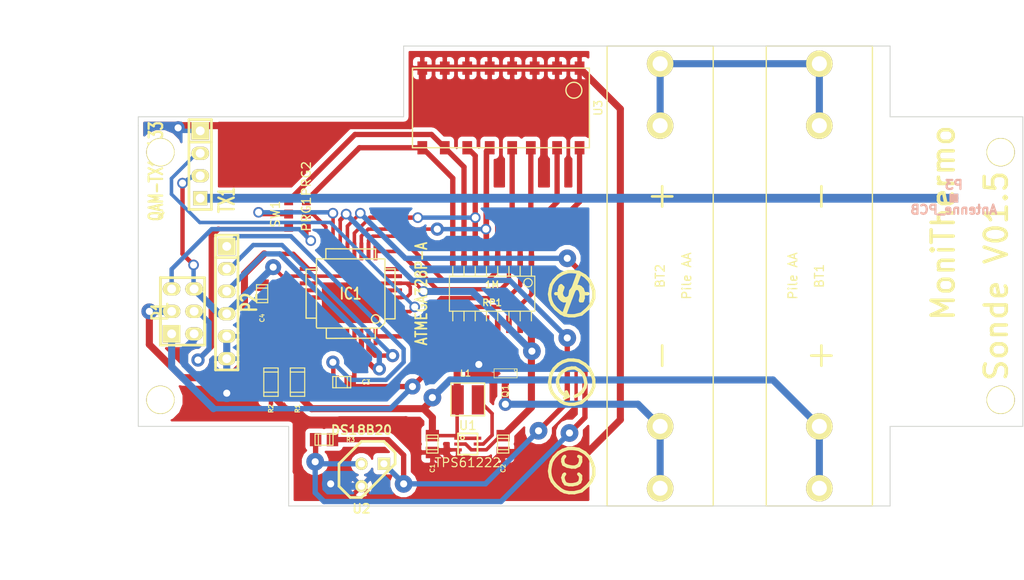
<source format=kicad_pcb>
(kicad_pcb (version 3) (host pcbnew "(2013-07-07 BZR 4022)-stable")

  (general
    (links 79)
    (no_connects 0)
    (area 177.949999 127.199999 278.050001 179.300001)
    (thickness 1.6)
    (drawings 23)
    (tracks 340)
    (zones 0)
    (modules 29)
    (nets 30)
  )

  (page A4)
  (layers
    (15 Dessus.Cu signal)
    (0 Dessous.Cu signal)
    (16 Dessous.Adhes user)
    (17 Dessus.Adhes user)
    (18 Dessous.Pate user)
    (19 Dessus.Pate user)
    (20 Dessous.SilkS user)
    (21 Dessus.SilkS user)
    (22 Dessous.Masque user)
    (23 Dessus.Masque user)
    (24 Dessin.User user)
    (25 Cmts.User user)
    (26 Eco1.User user)
    (27 Eco2.User user)
    (28 Contours.Ci user)
  )

  (setup
    (last_trace_width 0.254)
    (user_trace_width 0.4)
    (user_trace_width 0.5)
    (user_trace_width 0.6)
    (user_trace_width 0.7)
    (user_trace_width 0.8)
    (trace_clearance 0.254)
    (zone_clearance 0.508)
    (zone_45_only no)
    (trace_min 0.254)
    (segment_width 0.2)
    (edge_width 0.1)
    (via_size 0.889)
    (via_drill 0.635)
    (via_min_size 0.889)
    (via_min_drill 0.508)
    (user_via 1.5 0.8)
    (user_via 1.8 0.8)
    (user_via 2 0.8)
    (uvia_size 0.508)
    (uvia_drill 0.127)
    (uvias_allowed no)
    (uvia_min_size 0.508)
    (uvia_min_drill 0.127)
    (pcb_text_width 0.3)
    (pcb_text_size 1.5 1.5)
    (mod_edge_width 0.15)
    (mod_text_size 1 1)
    (mod_text_width 0.15)
    (pad_size 1.6 1.6)
    (pad_drill 1)
    (pad_to_mask_clearance 0)
    (aux_axis_origin 177.25 179.75)
    (visible_elements 7FFFFFFF)
    (pcbplotparams
      (layerselection 284983297)
      (usegerberextensions true)
      (excludeedgelayer true)
      (linewidth 0.150000)
      (plotframeref false)
      (viasonmask false)
      (mode 1)
      (useauxorigin false)
      (hpglpennumber 1)
      (hpglpenspeed 20)
      (hpglpendiameter 15)
      (hpglpenoverlay 2)
      (psnegative false)
      (psa4output false)
      (plotreference true)
      (plotvalue true)
      (plotothertext true)
      (plotinvisibletext false)
      (padsonsilk true)
      (subtractmaskfromsilk false)
      (outputformat 1)
      (mirror false)
      (drillshape 0)
      (scaleselection 1)
      (outputdirectory "fichiers de fabrication/"))
  )

  (net 0 "")
  (net 1 +3.3V)
  (net 2 +BATT)
  (net 3 /Ant)
  (net 4 /D11)
  (net 5 /D12)
  (net 6 /D2)
  (net 7 /D3)
  (net 8 /D5)
  (net 9 /D6)
  (net 10 /D7)
  (net 11 /D8)
  (net 12 /MISO)
  (net 13 /MOSI)
  (net 14 /PB3)
  (net 15 /PB4)
  (net 16 /RX)
  (net 17 /Reset)
  (net 18 /SCK)
  (net 19 /TX)
  (net 20 /Ubat)
  (net 21 /data)
  (net 22 GND)
  (net 23 GNDPWR)
  (net 24 N-000002)
  (net 25 N-0000039)
  (net 26 N-0000041)
  (net 27 N-0000042)
  (net 28 N-0000043)
  (net 29 N-0000047)

  (net_class Default "Ceci est la Netclass par défaut"
    (clearance 0.254)
    (trace_width 0.254)
    (via_dia 0.889)
    (via_drill 0.635)
    (uvia_dia 0.508)
    (uvia_drill 0.127)
    (add_net "")
  )

  (net_class Ant ""
    (clearance 0.254)
    (trace_width 1)
    (via_dia 1.5)
    (via_drill 0.8)
    (uvia_dia 0.508)
    (uvia_drill 0.127)
    (add_net /Ant)
  )

  (net_class VCC/GND ""
    (clearance 0.24)
    (trace_width 0.8)
    (via_dia 1.2)
    (via_drill 0.8)
    (uvia_dia 0.508)
    (uvia_drill 0.127)
    (add_net +3.3V)
    (add_net +BATT)
    (add_net GND)
    (add_net GNDPWR)
  )

  (net_class std ""
    (clearance 0.24)
    (trace_width 0.6)
    (via_dia 1.2)
    (via_drill 0.8)
    (uvia_dia 0.508)
    (uvia_drill 0.127)
    (add_net /D11)
    (add_net /D12)
    (add_net /D2)
    (add_net /D3)
    (add_net /D5)
    (add_net /D6)
    (add_net /D7)
    (add_net /D8)
    (add_net /MISO)
    (add_net /MOSI)
    (add_net /PB3)
    (add_net /PB4)
    (add_net /RX)
    (add_net /Reset)
    (add_net /SCK)
    (add_net /TX)
    (add_net /Ubat)
    (add_net /data)
    (add_net N-000002)
    (add_net N-0000039)
    (add_net N-0000041)
    (add_net N-0000042)
    (add_net N-0000043)
    (add_net N-0000047)
  )

  (module SIL-4 (layer Dessus.Cu) (tedit 56548222) (tstamp 56547D8F)
    (at 185 140.65 270)
    (descr "Connecteur 4 pibs")
    (tags "CONN DEV")
    (path /558C2571)
    (fp_text reference TX1 (at 4 -3 270) (layer Dessus.SilkS)
      (effects (font (size 1.73482 1.08712) (thickness 0.3048)))
    )
    (fp_text value QAM-TX1-433 (at 0.75 5 270) (layer Dessus.SilkS)
      (effects (font (size 1.524 1.016) (thickness 0.254)))
    )
    (fp_line (start -5.08 -1.27) (end -5.08 -1.27) (layer Dessus.SilkS) (width 0.3048))
    (fp_line (start -5.08 1.27) (end -5.08 -1.27) (layer Dessus.SilkS) (width 0.3048))
    (fp_line (start -5.08 -1.27) (end -5.08 -1.27) (layer Dessus.SilkS) (width 0.3048))
    (fp_line (start -5.08 -1.27) (end 5.08 -1.27) (layer Dessus.SilkS) (width 0.3048))
    (fp_line (start 5.08 -1.27) (end 5.08 1.27) (layer Dessus.SilkS) (width 0.3048))
    (fp_line (start 5.08 1.27) (end -5.08 1.27) (layer Dessus.SilkS) (width 0.3048))
    (fp_line (start -2.54 1.27) (end -2.54 -1.27) (layer Dessus.SilkS) (width 0.3048))
    (pad 1 thru_hole rect (at -3.81 0 270) (size 2 2) (drill 1)
      (layers *.Cu *.Mask Dessus.SilkS)
      (net 22 GND)
    )
    (pad 2 thru_hole oval (at -1.27 0 270) (size 1.5 2) (drill 1)
      (layers *.Cu *.Mask Dessus.SilkS)
      (net 21 /data)
    )
    (pad 3 thru_hole oval (at 1.27 0 270) (size 1.5 2) (drill 1)
      (layers *.Cu *.Mask Dessus.SilkS)
      (net 1 +3.3V)
    )
    (pad 4 thru_hole rect (at 3.81 0 270) (size 1.6 1.6) (drill 1)
      (layers *.Cu *.Mask Dessus.SilkS)
      (net 3 /Ant)
    )
  )

  (module c_1206 (layer Dessus.Cu) (tedit 564613ED) (tstamp 560173A9)
    (at 193 165.25 90)
    (descr "SMT capacitor, 1206")
    (path /54B7C4AB)
    (fp_text reference R2 (at -3 0 90) (layer Dessus.SilkS)
      (effects (font (size 0.50038 0.50038) (thickness 0.11938)))
    )
    (fp_text value 330k (at 0 1.27 90) (layer Dessus.SilkS) hide
      (effects (font (size 0.50038 0.50038) (thickness 0.11938)))
    )
    (fp_line (start 1.143 0.8128) (end 1.143 -0.8128) (layer Dessus.SilkS) (width 0.127))
    (fp_line (start -1.143 -0.8128) (end -1.143 0.8128) (layer Dessus.SilkS) (width 0.127))
    (fp_line (start -1.6002 -0.8128) (end -1.6002 0.8128) (layer Dessus.SilkS) (width 0.127))
    (fp_line (start -1.6002 0.8128) (end 1.6002 0.8128) (layer Dessus.SilkS) (width 0.127))
    (fp_line (start 1.6002 0.8128) (end 1.6002 -0.8128) (layer Dessus.SilkS) (width 0.127))
    (fp_line (start 1.6002 -0.8128) (end -1.6002 -0.8128) (layer Dessus.SilkS) (width 0.127))
    (pad 1 smd rect (at 1.397 0 90) (size 1.6002 1.8034)
      (layers Dessus.Cu Dessus.Pate Dessus.Masque)
      (net 20 /Ubat)
    )
    (pad 2 smd rect (at -1.397 0 90) (size 1.6002 1.8034)
      (layers Dessus.Cu Dessus.Pate Dessus.Masque)
      (net 22 GND)
    )
    (model smd/capacitors/c_1206.wrl
      (at (xyz 0 0 0))
      (scale (xyz 1 1 1))
      (rotate (xyz 0 0 0))
    )
  )

  (module c_1206 (layer Dessus.Cu) (tedit 564613EA) (tstamp 564C506A)
    (at 196 165.25 270)
    (descr "SMT capacitor, 1206")
    (path /54B7C49C)
    (fp_text reference R1 (at 3 0 270) (layer Dessus.SilkS)
      (effects (font (size 0.50038 0.50038) (thickness 0.11938)))
    )
    (fp_text value 820k (at 0 1.27 270) (layer Dessus.SilkS) hide
      (effects (font (size 0.50038 0.50038) (thickness 0.11938)))
    )
    (fp_line (start 1.143 0.8128) (end 1.143 -0.8128) (layer Dessus.SilkS) (width 0.127))
    (fp_line (start -1.143 -0.8128) (end -1.143 0.8128) (layer Dessus.SilkS) (width 0.127))
    (fp_line (start -1.6002 -0.8128) (end -1.6002 0.8128) (layer Dessus.SilkS) (width 0.127))
    (fp_line (start -1.6002 0.8128) (end 1.6002 0.8128) (layer Dessus.SilkS) (width 0.127))
    (fp_line (start 1.6002 0.8128) (end 1.6002 -0.8128) (layer Dessus.SilkS) (width 0.127))
    (fp_line (start 1.6002 -0.8128) (end -1.6002 -0.8128) (layer Dessus.SilkS) (width 0.127))
    (pad 1 smd rect (at 1.397 0 270) (size 1.6002 1.8034)
      (layers Dessus.Cu Dessus.Pate Dessus.Masque)
      (net 2 +BATT)
    )
    (pad 2 smd rect (at -1.397 0 270) (size 1.6002 1.8034)
      (layers Dessus.Cu Dessus.Pate Dessus.Masque)
      (net 20 /Ubat)
    )
    (model smd/capacitors/c_1206.wrl
      (at (xyz 0 0 0))
      (scale (xyz 1 1 1))
      (rotate (xyz 0 0 0))
    )
  )

  (module c_0805 (layer Dessus.Cu) (tedit 56461417) (tstamp 55A3AC14)
    (at 199 171.75 180)
    (descr "SMT capacitor, 0805")
    (path /54B7CAAD)
    (fp_text reference R3 (at -3 0 180) (layer Dessus.SilkS)
      (effects (font (size 0.5 0.5) (thickness 0.1)))
    )
    (fp_text value 4.7k (at 0 0.9906 180) (layer Dessus.SilkS) hide
      (effects (font (size 0.29972 0.29972) (thickness 0.06096)))
    )
    (fp_line (start 0.635 -0.635) (end 0.635 0.635) (layer Dessus.SilkS) (width 0.127))
    (fp_line (start -0.635 -0.635) (end -0.635 0.6096) (layer Dessus.SilkS) (width 0.127))
    (fp_line (start -1.016 -0.635) (end 1.016 -0.635) (layer Dessus.SilkS) (width 0.127))
    (fp_line (start 1.016 -0.635) (end 1.016 0.635) (layer Dessus.SilkS) (width 0.127))
    (fp_line (start 1.016 0.635) (end -1.016 0.635) (layer Dessus.SilkS) (width 0.127))
    (fp_line (start -1.016 0.635) (end -1.016 -0.635) (layer Dessus.SilkS) (width 0.127))
    (pad 1 smd rect (at 0.9525 0 180) (size 1.30048 1.4986)
      (layers Dessus.Cu Dessus.Pate Dessus.Masque)
      (net 28 N-0000043)
    )
    (pad 2 smd rect (at -0.9525 0 180) (size 1.30048 1.4986)
      (layers Dessus.Cu Dessus.Pate Dessus.Masque)
      (net 27 N-0000042)
    )
    (model smd/capacitors/c_0805.wrl
      (at (xyz 0 0 0))
      (scale (xyz 1 1 1))
      (rotate (xyz 0 0 0))
    )
  )

  (module c_0805 (layer Dessus.Cu) (tedit 564613D0) (tstamp 55A3AC20)
    (at 219.25 172.25 90)
    (descr "SMT capacitor, 0805")
    (path /552E8C20)
    (fp_text reference C2 (at -2.75 0 90) (layer Dessus.SilkS)
      (effects (font (size 0.5 0.5) (thickness 0.1)))
    )
    (fp_text value 4.7uF (at 0 0.9906 90) (layer Dessus.SilkS) hide
      (effects (font (size 0.29972 0.29972) (thickness 0.06096)))
    )
    (fp_line (start 0.635 -0.635) (end 0.635 0.635) (layer Dessus.SilkS) (width 0.127))
    (fp_line (start -0.635 -0.635) (end -0.635 0.6096) (layer Dessus.SilkS) (width 0.127))
    (fp_line (start -1.016 -0.635) (end 1.016 -0.635) (layer Dessus.SilkS) (width 0.127))
    (fp_line (start 1.016 -0.635) (end 1.016 0.635) (layer Dessus.SilkS) (width 0.127))
    (fp_line (start 1.016 0.635) (end -1.016 0.635) (layer Dessus.SilkS) (width 0.127))
    (fp_line (start -1.016 0.635) (end -1.016 -0.635) (layer Dessus.SilkS) (width 0.127))
    (pad 1 smd rect (at 0.9525 0 90) (size 1.30048 1.4986)
      (layers Dessus.Cu Dessus.Pate Dessus.Masque)
      (net 1 +3.3V)
    )
    (pad 2 smd rect (at -0.9525 0 90) (size 1.30048 1.4986)
      (layers Dessus.Cu Dessus.Pate Dessus.Masque)
      (net 22 GND)
    )
    (model smd/capacitors/c_0805.wrl
      (at (xyz 0 0 0))
      (scale (xyz 1 1 1))
      (rotate (xyz 0 0 0))
    )
  )

  (module c_0805 (layer Dessus.Cu) (tedit 564613F6) (tstamp 55A3AC2C)
    (at 192 155.25 90)
    (descr "SMT capacitor, 0805")
    (path /54A6C912)
    (fp_text reference C4 (at -2.75 0 90) (layer Dessus.SilkS)
      (effects (font (size 0.5 0.5) (thickness 0.1)))
    )
    (fp_text value 100nF (at 0 0.9906 90) (layer Dessus.SilkS) hide
      (effects (font (size 0.29972 0.29972) (thickness 0.06096)))
    )
    (fp_line (start 0.635 -0.635) (end 0.635 0.635) (layer Dessus.SilkS) (width 0.127))
    (fp_line (start -0.635 -0.635) (end -0.635 0.6096) (layer Dessus.SilkS) (width 0.127))
    (fp_line (start -1.016 -0.635) (end 1.016 -0.635) (layer Dessus.SilkS) (width 0.127))
    (fp_line (start 1.016 -0.635) (end 1.016 0.635) (layer Dessus.SilkS) (width 0.127))
    (fp_line (start 1.016 0.635) (end -1.016 0.635) (layer Dessus.SilkS) (width 0.127))
    (fp_line (start -1.016 0.635) (end -1.016 -0.635) (layer Dessus.SilkS) (width 0.127))
    (pad 1 smd rect (at 0.9525 0 90) (size 1.30048 1.4986)
      (layers Dessus.Cu Dessus.Pate Dessus.Masque)
      (net 24 N-000002)
    )
    (pad 2 smd rect (at -0.9525 0 90) (size 1.30048 1.4986)
      (layers Dessus.Cu Dessus.Pate Dessus.Masque)
      (net 22 GND)
    )
    (model smd/capacitors/c_0805.wrl
      (at (xyz 0 0 0))
      (scale (xyz 1 1 1))
      (rotate (xyz 0 0 0))
    )
  )

  (module Ant (layer Dessous.Cu) (tedit 56016841) (tstamp 56547D7F)
    (at 270.2 144.45 180)
    (descr "module 1 pin (ou trou mecanique de percage)")
    (tags DEV)
    (path /55476116)
    (fp_text reference P3 (at 0 1.5 180) (layer Dessous.SilkS)
      (effects (font (size 1.016 1.016) (thickness 0.254)) (justify mirror))
    )
    (fp_text value Antenne_PCB (at 0 -1.3 180) (layer Dessous.SilkS)
      (effects (font (size 1.016 1.016) (thickness 0.254)) (justify mirror))
    )
    (pad 1 smd rect (at 0 0 180) (size 1 1)
      (layers Dessous.Cu Dessous.Pate Dessous.SilkS Dessous.Masque)
      (net 3 /Ant)
    )
  )

  (module c_0805 (layer Dessus.Cu) (tedit 564613E4) (tstamp 55A924AC)
    (at 201 165.25 180)
    (descr "SMT capacitor, 0805")
    (path /54A6DAC5)
    (fp_text reference C3 (at -2.75 0 180) (layer Dessus.SilkS)
      (effects (font (size 0.5 0.5) (thickness 0.1)))
    )
    (fp_text value 100nF (at 0 0.9906 180) (layer Dessus.SilkS) hide
      (effects (font (size 0.29972 0.29972) (thickness 0.06096)))
    )
    (fp_line (start 0.635 -0.635) (end 0.635 0.635) (layer Dessus.SilkS) (width 0.127))
    (fp_line (start -0.635 -0.635) (end -0.635 0.6096) (layer Dessus.SilkS) (width 0.127))
    (fp_line (start -1.016 -0.635) (end 1.016 -0.635) (layer Dessus.SilkS) (width 0.127))
    (fp_line (start 1.016 -0.635) (end 1.016 0.635) (layer Dessus.SilkS) (width 0.127))
    (fp_line (start 1.016 0.635) (end -1.016 0.635) (layer Dessus.SilkS) (width 0.127))
    (fp_line (start -1.016 0.635) (end -1.016 -0.635) (layer Dessus.SilkS) (width 0.127))
    (pad 1 smd rect (at 0.9525 0 180) (size 1.30048 1.4986)
      (layers Dessus.Cu Dessus.Pate Dessus.Masque)
      (net 25 N-0000039)
    )
    (pad 2 smd rect (at -0.9525 0 180) (size 1.30048 1.4986)
      (layers Dessus.Cu Dessus.Pate Dessus.Masque)
      (net 17 /Reset)
    )
    (model smd/capacitors/c_0805.wrl
      (at (xyz 0 0 0))
      (scale (xyz 1 1 1))
      (rotate (xyz 0 0 0))
    )
  )

  (module c_0805 (layer Dessus.Cu) (tedit 564613D5) (tstamp 55A3B55A)
    (at 211.25 172.25 90)
    (descr "SMT capacitor, 0805")
    (path /552E7939)
    (fp_text reference C1 (at -2.75 0 90) (layer Dessus.SilkS)
      (effects (font (size 0.5 0.5) (thickness 0.1)))
    )
    (fp_text value 4.7uF (at 0 0.9906 90) (layer Dessus.SilkS) hide
      (effects (font (size 0.29972 0.29972) (thickness 0.06096)))
    )
    (fp_line (start 0.635 -0.635) (end 0.635 0.635) (layer Dessus.SilkS) (width 0.127))
    (fp_line (start -0.635 -0.635) (end -0.635 0.6096) (layer Dessus.SilkS) (width 0.127))
    (fp_line (start -1.016 -0.635) (end 1.016 -0.635) (layer Dessus.SilkS) (width 0.127))
    (fp_line (start 1.016 -0.635) (end 1.016 0.635) (layer Dessus.SilkS) (width 0.127))
    (fp_line (start 1.016 0.635) (end -1.016 0.635) (layer Dessus.SilkS) (width 0.127))
    (fp_line (start -1.016 0.635) (end -1.016 -0.635) (layer Dessus.SilkS) (width 0.127))
    (pad 1 smd rect (at 0.9525 0 90) (size 1.30048 1.4986)
      (layers Dessus.Cu Dessus.Pate Dessus.Masque)
      (net 2 +BATT)
    )
    (pad 2 smd rect (at -0.9525 0 90) (size 1.30048 1.4986)
      (layers Dessus.Cu Dessus.Pate Dessus.Masque)
      (net 22 GND)
    )
    (model smd/capacitors/c_0805.wrl
      (at (xyz 0 0 0))
      (scale (xyz 1 1 1))
      (rotate (xyz 0 0 0))
    )
  )

  (module Bobine (layer Dessus.Cu) (tedit 56461337) (tstamp 55A91CED)
    (at 215.25 167.25)
    (tags "CMS SM")
    (path /552E5D34)
    (attr smd)
    (fp_text reference L1 (at -0.25 -3) (layer Dessus.SilkS)
      (effects (font (size 0.70104 0.70104) (thickness 0.127)))
    )
    (fp_text value 4.7uH (at 0 -2.5) (layer Dessus.SilkS) hide
      (effects (font (size 0.70104 0.70104) (thickness 0.127)))
    )
    (fp_line (start 1.9 -1.9) (end 1.9 1.8) (layer Dessus.SilkS) (width 0.15))
    (fp_line (start -1.9 1.8) (end -1.9 -1.9) (layer Dessus.SilkS) (width 0.15))
    (fp_line (start 1.9 1.8) (end -1.9 1.8) (layer Dessus.SilkS) (width 0.15))
    (fp_line (start 1.9 -1.9) (end -1.9 -1.9) (layer Dessus.SilkS) (width 0.15))
    (pad 1 smd rect (at -1.2 0) (size 1.5 3.3)
      (layers Dessus.Cu Dessus.Pate Dessus.Masque)
      (net 2 +BATT)
    )
    (pad 2 smd rect (at 1.2 0) (size 1.5 3.3)
      (layers Dessus.Cu Dessus.Pate Dessus.Masque)
      (net 26 N-0000041)
    )
    (model smd\chip_smd_pol_wide.wrl
      (at (xyz 0 0 0))
      (scale (xyz 0.35 0.35 0.35))
      (rotate (xyz 0 0 0))
    )
  )

  (module TQFP32 (layer Dessus.Cu) (tedit 56461361) (tstamp 55C9F499)
    (at 202 155.25 180)
    (path /55C9F440)
    (fp_text reference IC1 (at 0 0 180) (layer Dessus.SilkS)
      (effects (font (size 1.27 1.016) (thickness 0.2032)))
    )
    (fp_text value ATMEGA328P-A (at -8 0 270) (layer Dessus.SilkS)
      (effects (font (size 1.27 1.016) (thickness 0.2032)))
    )
    (fp_line (start 5.0292 2.7686) (end 3.8862 2.7686) (layer Dessus.SilkS) (width 0.1524))
    (fp_line (start 5.0292 -2.7686) (end 3.9116 -2.7686) (layer Dessus.SilkS) (width 0.1524))
    (fp_line (start 5.0292 2.7686) (end 5.0292 -2.7686) (layer Dessus.SilkS) (width 0.1524))
    (fp_line (start 2.794 3.9624) (end 2.794 5.0546) (layer Dessus.SilkS) (width 0.1524))
    (fp_line (start -2.8194 3.9878) (end -2.8194 5.0546) (layer Dessus.SilkS) (width 0.1524))
    (fp_line (start -2.8448 5.0546) (end 2.794 5.08) (layer Dessus.SilkS) (width 0.1524))
    (fp_line (start -2.794 -5.0292) (end 2.7178 -5.0546) (layer Dessus.SilkS) (width 0.1524))
    (fp_line (start -3.8862 -3.2766) (end -3.8862 3.9116) (layer Dessus.SilkS) (width 0.1524))
    (fp_line (start 2.7432 -5.0292) (end 2.7432 -3.9878) (layer Dessus.SilkS) (width 0.1524))
    (fp_line (start -3.2512 -3.8862) (end 3.81 -3.8862) (layer Dessus.SilkS) (width 0.1524))
    (fp_line (start 3.8608 3.937) (end 3.8608 -3.7846) (layer Dessus.SilkS) (width 0.1524))
    (fp_line (start -3.8862 3.937) (end 3.7338 3.937) (layer Dessus.SilkS) (width 0.1524))
    (fp_line (start -5.0292 -2.8448) (end -5.0292 2.794) (layer Dessus.SilkS) (width 0.1524))
    (fp_line (start -5.0292 2.794) (end -3.8862 2.794) (layer Dessus.SilkS) (width 0.1524))
    (fp_line (start -3.87604 -3.302) (end -3.29184 -3.8862) (layer Dessus.SilkS) (width 0.1524))
    (fp_line (start -5.02412 -2.8448) (end -3.87604 -2.8448) (layer Dessus.SilkS) (width 0.1524))
    (fp_line (start -2.794 -3.8862) (end -2.794 -5.03428) (layer Dessus.SilkS) (width 0.1524))
    (fp_circle (center -2.83972 -2.86004) (end -2.43332 -2.60604) (layer Dessus.SilkS) (width 0.1524))
    (pad 8 smd rect (at -4.81584 2.77622 180) (size 1.99898 0.44958)
      (layers Dessus.Cu Dessus.Pate Dessus.Masque)
    )
    (pad 7 smd rect (at -4.81584 1.97612 180) (size 1.99898 0.44958)
      (layers Dessus.Cu Dessus.Pate Dessus.Masque)
    )
    (pad 6 smd rect (at -4.81584 1.17602 180) (size 1.99898 0.44958)
      (layers Dessus.Cu Dessus.Pate Dessus.Masque)
      (net 1 +3.3V)
    )
    (pad 5 smd rect (at -4.81584 0.37592 180) (size 1.99898 0.44958)
      (layers Dessus.Cu Dessus.Pate Dessus.Masque)
      (net 22 GND)
    )
    (pad 4 smd rect (at -4.81584 -0.42418 180) (size 1.99898 0.44958)
      (layers Dessus.Cu Dessus.Pate Dessus.Masque)
      (net 1 +3.3V)
    )
    (pad 3 smd rect (at -4.81584 -1.22428 180) (size 1.99898 0.44958)
      (layers Dessus.Cu Dessus.Pate Dessus.Masque)
      (net 22 GND)
    )
    (pad 2 smd rect (at -4.81584 -2.02438 180) (size 1.99898 0.44958)
      (layers Dessus.Cu Dessus.Pate Dessus.Masque)
      (net 21 /data)
    )
    (pad 1 smd rect (at -4.81584 -2.82448 180) (size 1.99898 0.44958)
      (layers Dessus.Cu Dessus.Pate Dessus.Masque)
      (net 7 /D3)
    )
    (pad 24 smd rect (at 4.7498 -2.8194 180) (size 1.99898 0.44958)
      (layers Dessus.Cu Dessus.Pate Dessus.Masque)
    )
    (pad 17 smd rect (at 4.7498 2.794 180) (size 1.99898 0.44958)
      (layers Dessus.Cu Dessus.Pate Dessus.Masque)
      (net 18 /SCK)
    )
    (pad 18 smd rect (at 4.7498 1.9812 180) (size 1.99898 0.44958)
      (layers Dessus.Cu Dessus.Pate Dessus.Masque)
      (net 1 +3.3V)
    )
    (pad 19 smd rect (at 4.7498 1.1684 180) (size 1.99898 0.44958)
      (layers Dessus.Cu Dessus.Pate Dessus.Masque)
    )
    (pad 20 smd rect (at 4.7498 0.381 180) (size 1.99898 0.44958)
      (layers Dessus.Cu Dessus.Pate Dessus.Masque)
      (net 24 N-000002)
    )
    (pad 21 smd rect (at 4.7498 -0.4318 180) (size 1.99898 0.44958)
      (layers Dessus.Cu Dessus.Pate Dessus.Masque)
      (net 22 GND)
    )
    (pad 22 smd rect (at 4.7498 -1.2192 180) (size 1.99898 0.44958)
      (layers Dessus.Cu Dessus.Pate Dessus.Masque)
    )
    (pad 23 smd rect (at 4.7498 -2.032 180) (size 1.99898 0.44958)
      (layers Dessus.Cu Dessus.Pate Dessus.Masque)
      (net 20 /Ubat)
    )
    (pad 32 smd rect (at -2.82448 -4.826 180) (size 0.44958 1.99898)
      (layers Dessus.Cu Dessus.Pate Dessus.Masque)
      (net 6 /D2)
    )
    (pad 31 smd rect (at -2.02692 -4.826 180) (size 0.44958 1.99898)
      (layers Dessus.Cu Dessus.Pate Dessus.Masque)
      (net 19 /TX)
    )
    (pad 30 smd rect (at -1.22428 -4.826 180) (size 0.44958 1.99898)
      (layers Dessus.Cu Dessus.Pate Dessus.Masque)
      (net 16 /RX)
    )
    (pad 29 smd rect (at -0.42672 -4.826 180) (size 0.44958 1.99898)
      (layers Dessus.Cu Dessus.Pate Dessus.Masque)
      (net 17 /Reset)
    )
    (pad 28 smd rect (at 0.37592 -4.826 180) (size 0.44958 1.99898)
      (layers Dessus.Cu Dessus.Pate Dessus.Masque)
    )
    (pad 27 smd rect (at 1.17348 -4.826 180) (size 0.44958 1.99898)
      (layers Dessus.Cu Dessus.Pate Dessus.Masque)
    )
    (pad 26 smd rect (at 1.97612 -4.826 180) (size 0.44958 1.99898)
      (layers Dessus.Cu Dessus.Pate Dessus.Masque)
    )
    (pad 25 smd rect (at 2.77368 -4.826 180) (size 0.44958 1.99898)
      (layers Dessus.Cu Dessus.Pate Dessus.Masque)
    )
    (pad 9 smd rect (at -2.8194 4.7752 180) (size 0.44958 1.99898)
      (layers Dessus.Cu Dessus.Pate Dessus.Masque)
      (net 8 /D5)
    )
    (pad 10 smd rect (at -2.032 4.7752 180) (size 0.44958 1.99898)
      (layers Dessus.Cu Dessus.Pate Dessus.Masque)
      (net 9 /D6)
    )
    (pad 11 smd rect (at -1.2192 4.7752 180) (size 0.44958 1.99898)
      (layers Dessus.Cu Dessus.Pate Dessus.Masque)
      (net 10 /D7)
    )
    (pad 12 smd rect (at -0.4318 4.7752 180) (size 0.44958 1.99898)
      (layers Dessus.Cu Dessus.Pate Dessus.Masque)
      (net 11 /D8)
    )
    (pad 13 smd rect (at 0.3556 4.7752 180) (size 0.44958 1.99898)
      (layers Dessus.Cu Dessus.Pate Dessus.Masque)
      (net 28 N-0000043)
    )
    (pad 14 smd rect (at 1.1684 4.7752 180) (size 0.44958 1.99898)
      (layers Dessus.Cu Dessus.Pate Dessus.Masque)
      (net 27 N-0000042)
    )
    (pad 15 smd rect (at 1.9812 4.7752 180) (size 0.44958 1.99898)
      (layers Dessus.Cu Dessus.Pate Dessus.Masque)
      (net 14 /PB3)
    )
    (pad 16 smd rect (at 2.794 4.7752 180) (size 0.44958 1.99898)
      (layers Dessus.Cu Dessus.Pate Dessus.Masque)
      (net 15 /PB4)
    )
    (model smd/tqfp32.wrl
      (at (xyz 0 0 0))
      (scale (xyz 1 1 1))
      (rotate (xyz 0 0 0))
    )
  )

  (module vis-3.2mm (layer Dessus.Cu) (tedit 56546EF5) (tstamp 56029A0C)
    (at 275.5 139.25 180)
    (descr "module 1 pin (ou trou mecanique de percage)")
    (tags DEV)
    (path /56029956)
    (fp_text reference P7 (at 0 -3.048 180) (layer Dessus.SilkS) hide
      (effects (font (size 1.016 1.016) (thickness 0.254)))
    )
    (fp_text value "Percage 1" (at 0 2.794 180) (layer Dessus.SilkS) hide
      (effects (font (size 1.016 1.016) (thickness 0.254)))
    )
    (fp_circle (center 0 0) (end 0 -1) (layer Dessus.SilkS) (width 0.381))
    (pad 1 thru_hole circle (at 0 0 180) (size 3.2 3.2) (drill 3)
      (layers *.Cu *.Mask Dessus.SilkS)
      (clearance 0.9)
    )
  )

  (module vis-3.2mm (layer Dessus.Cu) (tedit 56546EE9) (tstamp 561581BA)
    (at 275.5 167.25 180)
    (descr "module 1 pin (ou trou mecanique de percage)")
    (tags DEV)
    (path /56029965)
    (fp_text reference P6 (at 0 -3.048 180) (layer Dessus.SilkS) hide
      (effects (font (size 1.016 1.016) (thickness 0.254)))
    )
    (fp_text value "percage 2" (at 0 2.794 180) (layer Dessus.SilkS) hide
      (effects (font (size 1.016 1.016) (thickness 0.254)))
    )
    (fp_circle (center 0 0) (end 0 -1) (layer Dessus.SilkS) (width 0.381))
    (pad 1 thru_hole circle (at 0 0 180) (size 3.2 3.2) (drill 3)
      (layers *.Cu *.Mask Dessus.SilkS)
      (clearance 0.9)
    )
  )

  (module vis-3.2mm (layer Dessus.Cu) (tedit 56546E9C) (tstamp 564B0400)
    (at 180.5 139.25 180)
    (descr "module 1 pin (ou trou mecanique de percage)")
    (tags DEV)
    (path /56029974)
    (fp_text reference P5 (at 0 -3.048 180) (layer Dessus.SilkS) hide
      (effects (font (size 1.016 1.016) (thickness 0.254)))
    )
    (fp_text value "percage 3" (at 0 2.794 180) (layer Dessus.SilkS) hide
      (effects (font (size 1.016 1.016) (thickness 0.254)))
    )
    (fp_circle (center 0 0) (end 0 -1) (layer Dessus.SilkS) (width 0.381))
    (pad 1 thru_hole circle (at 0 0 180) (size 3.2 3.2) (drill 3)
      (layers *.Cu *.Mask Dessus.SilkS)
      (clearance 0.9)
    )
  )

  (module vis-3.2mm (layer Dessus.Cu) (tedit 56546EB6) (tstamp 564B0407)
    (at 180.5 167.25 180)
    (descr "module 1 pin (ou trou mecanique de percage)")
    (tags DEV)
    (path /56029983)
    (fp_text reference P4 (at 0 -3.048 180) (layer Dessus.SilkS) hide
      (effects (font (size 1.016 1.016) (thickness 0.254)))
    )
    (fp_text value "Percage 4" (at 0 2.794 180) (layer Dessus.SilkS) hide
      (effects (font (size 1.016 1.016) (thickness 0.254)))
    )
    (fp_circle (center 0 0) (end 0 -1) (layer Dessus.SilkS) (width 0.381))
    (pad 1 thru_hole circle (at 0 0 180) (size 3.2 3.2) (drill 3)
      (layers *.Cu *.Mask Dessus.SilkS)
      (clearance 0.9)
    )
  )

  (module SOT23 (layer Dessus.Cu) (tedit 5646131E) (tstamp 5647A32D)
    (at 219.5 164.25 180)
    (tags SOT23)
    (path /56AA21F9)
    (fp_text reference Q1 (at 0 -2 270) (layer Dessus.SilkS)
      (effects (font (size 0.762 0.762) (thickness 0.11938)))
    )
    (fp_text value BSS138 (at 0.0635 0 180) (layer Dessus.SilkS) hide
      (effects (font (size 0.50038 0.50038) (thickness 0.09906)))
    )
    (fp_circle (center -1.17602 0.35052) (end -1.30048 0.44958) (layer Dessus.SilkS) (width 0.07874))
    (fp_line (start 1.27 -0.508) (end 1.27 0.508) (layer Dessus.SilkS) (width 0.07874))
    (fp_line (start -1.3335 -0.508) (end -1.3335 0.508) (layer Dessus.SilkS) (width 0.07874))
    (fp_line (start 1.27 0.508) (end -1.3335 0.508) (layer Dessus.SilkS) (width 0.07874))
    (fp_line (start -1.3335 -0.508) (end 1.27 -0.508) (layer Dessus.SilkS) (width 0.07874))
    (pad 3 smd rect (at 0 -1.09982 180) (size 0.8001 1.00076)
      (layers Dessus.Cu Dessus.Pate Dessus.Masque)
      (net 23 GNDPWR)
    )
    (pad 2 smd rect (at 0.9525 1.09982 180) (size 0.8001 1.00076)
      (layers Dessus.Cu Dessus.Pate Dessus.Masque)
      (net 22 GND)
    )
    (pad 1 smd rect (at -0.9525 1.09982 180) (size 0.8001 1.00076)
      (layers Dessus.Cu Dessus.Pate Dessus.Masque)
      (net 2 +BATT)
    )
    (model smd\SOT23_3.wrl
      (at (xyz 0 0 0))
      (scale (xyz 0.4 0.4 0.4))
      (rotate (xyz 0 0 180))
    )
  )

  (module SOM16 (layer Dessus.Cu) (tedit 5645F8C2) (tstamp 5647A356)
    (at 218 155.25 180)
    (descr SO-16)
    (path /5645FA11)
    (attr smd)
    (fp_text reference RP1 (at 0 -1.016 180) (layer Dessus.SilkS)
      (effects (font (size 0.7493 0.7493) (thickness 0.14986)))
    )
    (fp_text value 1M (at 0 1.016 180) (layer Dessus.SilkS)
      (effects (font (size 0.7493 0.7493) (thickness 0.14986)))
    )
    (fp_line (start -1.905 -1.9812) (end -1.905 -3.0734) (layer Dessus.SilkS) (width 0.127))
    (fp_line (start -0.635 -1.9812) (end -0.635 -3.0734) (layer Dessus.SilkS) (width 0.127))
    (fp_line (start 0.635 -1.9812) (end 0.635 -3.0734) (layer Dessus.SilkS) (width 0.127))
    (fp_line (start -3.175 -1.9812) (end -3.175 -3.0734) (layer Dessus.SilkS) (width 0.127))
    (fp_line (start -4.445 -3.0734) (end -4.445 -1.9812) (layer Dessus.SilkS) (width 0.127))
    (fp_line (start 1.905 -3.0734) (end 1.905 -1.9812) (layer Dessus.SilkS) (width 0.127))
    (fp_line (start 3.175 -3.0734) (end 3.175 -1.9812) (layer Dessus.SilkS) (width 0.127))
    (fp_line (start 4.445 -3.0734) (end 4.445 -1.9812) (layer Dessus.SilkS) (width 0.127))
    (fp_line (start 4.445 1.9812) (end 4.445 3.0734) (layer Dessus.SilkS) (width 0.127))
    (fp_line (start 3.175 1.9812) (end 3.175 3.0734) (layer Dessus.SilkS) (width 0.127))
    (fp_line (start 1.905 1.9812) (end 1.905 3.0734) (layer Dessus.SilkS) (width 0.127))
    (fp_line (start -4.445 1.9812) (end -4.445 3.0734) (layer Dessus.SilkS) (width 0.127))
    (fp_line (start -3.175 3.0734) (end -3.175 1.9812) (layer Dessus.SilkS) (width 0.127))
    (fp_line (start 0.635 3.0734) (end 0.635 1.9812) (layer Dessus.SilkS) (width 0.127))
    (fp_line (start -0.635 3.0734) (end -0.635 1.9812) (layer Dessus.SilkS) (width 0.127))
    (fp_line (start -1.905 3.0734) (end -1.905 1.9812) (layer Dessus.SilkS) (width 0.127))
    (fp_circle (center -4.064 1.2446) (end -4.3434 1.6256) (layer Dessus.SilkS) (width 0.127))
    (fp_line (start -4.826 -1.9812) (end -4.826 1.9812) (layer Dessus.SilkS) (width 0.127))
    (fp_line (start -4.826 1.9812) (end 4.826 1.9812) (layer Dessus.SilkS) (width 0.127))
    (fp_line (start 4.826 1.9812) (end 4.826 -1.9812) (layer Dessus.SilkS) (width 0.127))
    (fp_line (start 4.826 -1.9812) (end -4.826 -1.9812) (layer Dessus.SilkS) (width 0.127))
    (pad 1 smd rect (at -4.445 3.45 180) (size 0.635 2)
      (layers Dessus.Cu Dessus.Pate Dessus.Masque)
      (net 6 /D2)
    )
    (pad 2 smd rect (at -3.175 3.45 180) (size 0.635 2)
      (layers Dessus.Cu Dessus.Pate Dessus.Masque)
      (net 7 /D3)
    )
    (pad 3 smd rect (at -1.905 3.45 180) (size 0.635 2)
      (layers Dessus.Cu Dessus.Pate Dessus.Masque)
      (net 8 /D5)
    )
    (pad 4 smd rect (at -0.635 3.45 180) (size 0.635 2)
      (layers Dessus.Cu Dessus.Pate Dessus.Masque)
      (net 9 /D6)
    )
    (pad 5 smd rect (at 0.635 3.45 180) (size 0.635 2)
      (layers Dessus.Cu Dessus.Pate Dessus.Masque)
      (net 10 /D7)
    )
    (pad 6 smd rect (at 1.905 3.45 180) (size 0.635 2)
      (layers Dessus.Cu Dessus.Pate Dessus.Masque)
      (net 11 /D8)
    )
    (pad 7 smd rect (at 3.175 3.45 180) (size 0.635 2)
      (layers Dessus.Cu Dessus.Pate Dessus.Masque)
      (net 4 /D11)
    )
    (pad 8 smd rect (at 4.445 3.45 180) (size 0.635 2)
      (layers Dessus.Cu Dessus.Pate Dessus.Masque)
      (net 5 /D12)
    )
    (pad 9 smd rect (at 4.445 -3.45 180) (size 0.635 2)
      (layers Dessus.Cu Dessus.Pate Dessus.Masque)
      (net 17 /Reset)
    )
    (pad 10 smd rect (at 3.175 -3.45 180) (size 0.635 2)
      (layers Dessus.Cu Dessus.Pate Dessus.Masque)
    )
    (pad 11 smd rect (at 1.905 -3.45 180) (size 0.635 2)
      (layers Dessus.Cu Dessus.Pate Dessus.Masque)
    )
    (pad 12 smd rect (at 0.635 -3.45 180) (size 0.635 2)
      (layers Dessus.Cu Dessus.Pate Dessus.Masque)
    )
    (pad 13 smd rect (at -0.635 -3.45 180) (size 0.635 2)
      (layers Dessus.Cu Dessus.Pate Dessus.Masque)
    )
    (pad 14 smd rect (at -1.905 -3.45 180) (size 0.635 2)
      (layers Dessus.Cu Dessus.Pate Dessus.Masque)
    )
    (pad 15 smd rect (at -3.175 -3.45 180) (size 0.635 2)
      (layers Dessus.Cu Dessus.Pate Dessus.Masque)
    )
    (pad 16 smd rect (at -4.445 -3.45 180) (size 0.635 2)
      (layers Dessus.Cu Dessus.Pate Dessus.Masque)
      (net 1 +3.3V)
    )
    (model smd/smd_dil/so-16.wrl
      (at (xyz 0 0 0))
      (scale (xyz 1 1 1))
      (rotate (xyz 0 0 0))
    )
  )

  (module switch_pad (layer Dessus.Cu) (tedit 56461229) (tstamp 55CA08EB)
    (at 197 146.25 90)
    (path /55CA0A14)
    (fp_text reference SW2 (at 4 0 90) (layer Dessus.SilkS) hide
      (effects (font (size 1 1) (thickness 0.15)))
    )
    (fp_text value PRG2 (at 4 0 90) (layer Dessus.SilkS)
      (effects (font (size 1 1) (thickness 0.15)))
    )
    (pad 1 smd rect (at -1.5 0 90) (size 1 1)
      (layers Dessus.Cu Dessus.Pate Dessus.Masque)
      (net 12 /MISO)
    )
    (pad 2 smd rect (at 0 0 90) (size 1 1)
      (layers Dessus.Cu Dessus.Pate Dessus.Masque)
      (net 15 /PB4)
    )
    (pad 3 smd rect (at 1.5 0 90) (size 1 1)
      (layers Dessus.Cu Dessus.Pate Dessus.Masque)
      (net 5 /D12)
    )
  )

  (module pile_AA_remanie (layer Dessus.Cu) (tedit 564DFF11) (tstamp 569E60E3)
    (at 255 153.25 90)
    (path /55A3B3A0)
    (fp_text reference BT1 (at 0 0 90) (layer Dessus.SilkS)
      (effects (font (size 1 1) (thickness 0.15)))
    )
    (fp_text value "Pile AA" (at 0 -3 90) (layer Dessus.SilkS)
      (effects (font (size 1 1) (thickness 0.15)))
    )
    (fp_line (start -26 6) (end 26 6) (layer Dessus.SilkS) (width 0.15))
    (fp_line (start 26 6) (end 26 -6) (layer Dessus.SilkS) (width 0.15))
    (fp_line (start 26 -6) (end -26 -6) (layer Dessus.SilkS) (width 0.15))
    (fp_line (start -26 -6) (end -26 6) (layer Dessus.SilkS) (width 0.15))
    (pad 1 thru_hole circle (at -24 0 90) (size 3 3) (drill 1.7)
      (layers *.Cu *.Mask Dessus.SilkS)
      (net 2 +BATT)
    )
    (pad 1 thru_hole circle (at -17 0 90) (size 3 3) (drill 1.7)
      (layers *.Cu *.Mask Dessus.SilkS)
      (net 2 +BATT)
    )
    (pad 2 thru_hole circle (at 24 0 90) (size 3 3) (drill 1.7)
      (layers *.Cu *.Mask Dessus.SilkS)
      (net 29 N-0000047)
    )
    (pad 2 thru_hole circle (at 17 0 90) (size 3 3) (drill 1.7)
      (layers *.Cu *.Mask Dessus.SilkS)
      (net 29 N-0000047)
    )
  )

  (module pile_AA_remanie (layer Dessus.Cu) (tedit 564DFF11) (tstamp 55A8FA22)
    (at 237 153.25 270)
    (path /55A3B391)
    (fp_text reference BT2 (at 0 0 270) (layer Dessus.SilkS)
      (effects (font (size 1 1) (thickness 0.15)))
    )
    (fp_text value "Pile AA" (at 0 -3 270) (layer Dessus.SilkS)
      (effects (font (size 1 1) (thickness 0.15)))
    )
    (fp_line (start -26 6) (end 26 6) (layer Dessus.SilkS) (width 0.15))
    (fp_line (start 26 6) (end 26 -6) (layer Dessus.SilkS) (width 0.15))
    (fp_line (start 26 -6) (end -26 -6) (layer Dessus.SilkS) (width 0.15))
    (fp_line (start -26 -6) (end -26 6) (layer Dessus.SilkS) (width 0.15))
    (pad 1 thru_hole circle (at -24 0 270) (size 3 3) (drill 1.7)
      (layers *.Cu *.Mask Dessus.SilkS)
      (net 29 N-0000047)
    )
    (pad 1 thru_hole circle (at -17 0 270) (size 3 3) (drill 1.7)
      (layers *.Cu *.Mask Dessus.SilkS)
      (net 29 N-0000047)
    )
    (pad 2 thru_hole circle (at 24 0 270) (size 3 3) (drill 1.7)
      (layers *.Cu *.Mask Dessus.SilkS)
      (net 23 GNDPWR)
    )
    (pad 2 thru_hole circle (at 17 0 270) (size 3 3) (drill 1.7)
      (layers *.Cu *.Mask Dessus.SilkS)
      (net 23 GNDPWR)
    )
  )

  (module switch_pad (layer Dessus.Cu) (tedit 5614D6F5) (tstamp 565344BF)
    (at 195 146.25 90)
    (path /55CA0A05)
    (fp_text reference SW1 (at 0 -1.5 90) (layer Dessus.SilkS)
      (effects (font (size 1 1) (thickness 0.15)))
    )
    (fp_text value PRG1 (at 0 2 90) (layer Dessus.SilkS)
      (effects (font (size 1 1) (thickness 0.15)))
    )
    (pad 1 smd rect (at -1.5 0 90) (size 1 1)
      (layers Dessus.Cu Dessus.Pate Dessus.Masque)
      (net 13 /MOSI)
    )
    (pad 2 smd rect (at 0 0 90) (size 1 1)
      (layers Dessus.Cu Dessus.Pate Dessus.Masque)
      (net 14 /PB3)
    )
    (pad 3 smd rect (at 1.5 0 90) (size 1 1)
      (layers Dessus.Cu Dessus.Pate Dessus.Masque)
      (net 4 /D11)
    )
  )

  (module DCK (layer Dessus.Cu) (tedit 55F037A9) (tstamp 565344CE)
    (at 215.25 172.25 270)
    (path /552E5CBA)
    (fp_text reference U1 (at -2.1 0 360) (layer Dessus.SilkS)
      (effects (font (size 1.00076 1.00076) (thickness 0.1524)))
    )
    (fp_text value TPS61222 (at 2.1 0 360) (layer Dessus.SilkS)
      (effects (font (size 1.00076 1.00076) (thickness 0.127)))
    )
    (fp_circle (center -0.7 0.6) (end -0.7 0.4) (layer Dessus.SilkS) (width 0.15))
    (fp_line (start -1.2 1.1) (end 1.2 1.1) (layer Dessus.SilkS) (width 0.2032))
    (fp_line (start 1.2 1.1) (end 1.2 -1.1) (layer Dessus.SilkS) (width 0.2032))
    (fp_line (start 1.2 -1.1) (end -1.2 -1.1) (layer Dessus.SilkS) (width 0.2032))
    (fp_line (start -1.2 -1.1) (end -1.2 1.1) (layer Dessus.SilkS) (width 0.2032))
    (pad 1 smd rect (at -0.66 1.1 270) (size 0.35 0.85)
      (layers Dessus.Cu Dessus.Pate Dessus.Masque)
      (net 2 +BATT)
    )
    (pad 2 smd rect (at 0 1.1 270) (size 0.35 0.85)
      (layers Dessus.Cu Dessus.Pate Dessus.Masque)
      (net 1 +3.3V)
    )
    (pad 3 smd rect (at 0.66 1.1 270) (size 0.35 0.85)
      (layers Dessus.Cu Dessus.Pate Dessus.Masque)
      (net 22 GND)
    )
    (pad 4 smd rect (at 0.66 -1.1 270) (size 0.35 0.85)
      (layers Dessus.Cu Dessus.Pate Dessus.Masque)
      (net 1 +3.3V)
    )
    (pad 5 smd rect (at 0 -1.1 270) (size 0.35 0.85)
      (layers Dessus.Cu Dessus.Pate Dessus.Masque)
      (net 26 N-0000041)
    )
    (pad 6 smd rect (at -0.66 -1.1 270) (size 0.35 0.85)
      (layers Dessus.Cu Dessus.Pate Dessus.Masque)
      (net 2 +BATT)
    )
    (model smd/MSOP_8.wrl
      (at (xyz 0 0 0.001))
      (scale (xyz 0.3937 0.3937 0.3937))
      (rotate (xyz 0 0 0))
    )
  )

  (module TO92 (layer Dessus.Cu) (tedit 56547663) (tstamp 569E640F)
    (at 204.5 175.75)
    (descr "Transistor TO92 brochage type BC237")
    (tags "TR TO92")
    (path /54A6C66B)
    (fp_text reference U2 (at -1.27 3.81) (layer Dessus.SilkS)
      (effects (font (size 1.016 1.016) (thickness 0.2032)))
    )
    (fp_text value DS18B20 (at -1.27 -5.08) (layer Dessus.SilkS)
      (effects (font (size 1.016 1.016) (thickness 0.2032)))
    )
    (fp_line (start -1.27 2.54) (end 2.54 -1.27) (layer Dessus.SilkS) (width 0.3048))
    (fp_line (start 2.54 -1.27) (end 2.54 -2.54) (layer Dessus.SilkS) (width 0.3048))
    (fp_line (start 2.54 -2.54) (end 1.27 -3.81) (layer Dessus.SilkS) (width 0.3048))
    (fp_line (start 1.27 -3.81) (end -1.27 -3.81) (layer Dessus.SilkS) (width 0.3048))
    (fp_line (start -1.27 -3.81) (end -3.81 -1.27) (layer Dessus.SilkS) (width 0.3048))
    (fp_line (start -3.81 -1.27) (end -3.81 1.27) (layer Dessus.SilkS) (width 0.3048))
    (fp_line (start -3.81 1.27) (end -2.54 2.54) (layer Dessus.SilkS) (width 0.3048))
    (fp_line (start -2.54 2.54) (end -1.27 2.54) (layer Dessus.SilkS) (width 0.3048))
    (pad 1 thru_hole rect (at 1.27 -1.27) (size 1.397 1.397) (drill 0.8)
      (layers *.Cu *.Mask Dessus.SilkS)
      (net 27 N-0000042)
    )
    (pad 2 thru_hole circle (at -1.27 -1.27) (size 1.397 1.397) (drill 0.8)
      (layers *.Cu *.Mask Dessus.SilkS)
      (net 28 N-0000043)
    )
    (pad 3 thru_hole circle (at -1.27 1.27) (size 1.397 1.397) (drill 0.8)
      (layers *.Cu *.Mask Dessus.SilkS)
      (net 22 GND)
    )
    (model discret/to98.wrl
      (at (xyz 0 0 0))
      (scale (xyz 1 1 1))
      (rotate (xyz 0 0 0))
    )
  )

  (module DIP_16_CMS (layer Dessus.Cu) (tedit 55C4AAFE) (tstamp 56534551)
    (at 219 134.25 270)
    (descr "SMT resistor net, Bourns CAT16 series, 8 way")
    (path /55C0E0B8)
    (fp_text reference U3 (at 0 -11 270) (layer Dessus.SilkS)
      (effects (font (size 0.9 0.9) (thickness 0.15)))
    )
    (fp_text value "Switch ID" (at 0 5.25 270) (layer Dessus.SilkS) hide
      (effects (font (size 1 1) (thickness 0.15)))
    )
    (fp_circle (center -2 -8.25) (end -2.5 -9) (layer Dessus.SilkS) (width 0.15))
    (fp_line (start -4.5 -10) (end 4.5 -10) (layer Dessus.SilkS) (width 0.15))
    (fp_line (start 4.5 -10) (end 4.5 10) (layer Dessus.SilkS) (width 0.15))
    (fp_line (start 4.5 10) (end -4.5 10) (layer Dessus.SilkS) (width 0.15))
    (fp_line (start -4.5 10) (end -4.5 -10) (layer Dessus.SilkS) (width 0.15))
    (pad 12 smd rect (at 4.5 1.27 270) (size 1.5 1.1)
      (layers Dessus.Cu Dessus.Pate Dessus.Masque)
      (net 10 /D7)
    )
    (pad 5 smd rect (at -4.5 1.27 270) (size 1.5 1.1)
      (layers Dessus.Cu Dessus.Pate Dessus.Masque)
      (net 22 GND)
    )
    (pad 13 smd rect (at 4.5 -1.27 270) (size 1.5 1.1)
      (layers Dessus.Cu Dessus.Pate Dessus.Masque)
      (net 9 /D6)
    )
    (pad 4 smd rect (at -4.5 -1.27 270) (size 1.5 1.1)
      (layers Dessus.Cu Dessus.Pate Dessus.Masque)
      (net 22 GND)
    )
    (pad 11 smd rect (at 4.5 3.81 270) (size 1.5 1.1)
      (layers Dessus.Cu Dessus.Pate Dessus.Masque)
      (net 11 /D8)
    )
    (pad 14 smd rect (at 4.5 -3.38 270) (size 1.5 1.1)
      (layers Dessus.Cu Dessus.Pate Dessus.Masque)
      (net 8 /D5)
    )
    (pad 3 smd rect (at -4.5 -3.81 270) (size 1.5 1.1)
      (layers Dessus.Cu Dessus.Pate Dessus.Masque)
      (net 22 GND)
    )
    (pad 6 smd rect (at -4.5 3.81 270) (size 1.5 1.1)
      (layers Dessus.Cu Dessus.Pate Dessus.Masque)
      (net 22 GND)
    )
    (pad 15 smd rect (at 4.5 -6.35 270) (size 1.5 1.1)
      (layers Dessus.Cu Dessus.Pate Dessus.Masque)
      (net 7 /D3)
    )
    (pad 16 smd rect (at 4.5 -8.89 270) (size 1.5 1.1)
      (layers Dessus.Cu Dessus.Pate Dessus.Masque)
      (net 6 /D2)
    )
    (pad 9 smd rect (at 4.5 8.89 270) (size 1.5 1.1)
      (layers Dessus.Cu Dessus.Pate Dessus.Masque)
      (net 5 /D12)
    )
    (pad 10 smd rect (at 4.5 6.35 270) (size 1.5 1.1)
      (layers Dessus.Cu Dessus.Pate Dessus.Masque)
      (net 4 /D11)
    )
    (pad 7 smd rect (at -4.5 6.35 270) (size 1.5 1.1)
      (layers Dessus.Cu Dessus.Pate Dessus.Masque)
      (net 22 GND)
    )
    (pad 8 smd rect (at -4.5 8.89 270) (size 1.5 1.1)
      (layers Dessus.Cu Dessus.Pate Dessus.Masque)
      (net 22 GND)
    )
    (pad 1 smd rect (at -4.5 -8.89 270) (size 1.5 1.1)
      (layers Dessus.Cu Dessus.Pate Dessus.Masque)
      (net 22 GND)
    )
    (pad 2 smd rect (at -4.5 -6.35 270) (size 1.5 1.1)
      (layers Dessus.Cu Dessus.Pate Dessus.Masque)
      (net 22 GND)
    )
    (model smd/resistors/r_cat16-8.wrl
      (at (xyz 0 0 0))
      (scale (xyz 1 1 1))
      (rotate (xyz 0 0 0))
    )
  )

  (module SIL-3x2 (layer Dessus.Cu) (tedit 5360FFDE) (tstamp 55A3AB6F)
    (at 183 157.25 90)
    (descr "Connecteur 3 pins")
    (tags "CONN DEV")
    (path /55CA05C1)
    (fp_text reference P1 (at 0 -2.54 90) (layer Dessus.SilkS)
      (effects (font (size 1.7907 1.07696) (thickness 0.26924)))
    )
    (fp_text value ISP (at 0 -2.54 90) (layer Dessus.SilkS) hide
      (effects (font (size 1.524 1.016) (thickness 0.3048)))
    )
    (fp_line (start 3.81 2.5) (end -3.81 2.5) (layer Dessus.SilkS) (width 0.3048))
    (fp_line (start -3.81 -2.5) (end 3.81 -2.5) (layer Dessus.SilkS) (width 0.3048))
    (fp_line (start -3.81 -2.5) (end 3.81 -2.5) (layer Dessus.SilkS) (width 0.3048))
    (fp_line (start -3.81 -2.5) (end 3.81 -2.5) (layer Dessus.SilkS) (width 0.3048))
    (fp_line (start -3.81 2.5) (end -3.81 -2.5) (layer Dessus.SilkS) (width 0.3048))
    (fp_line (start -3.81 -2.5) (end 3.81 -2.5) (layer Dessus.SilkS) (width 0.3048))
    (fp_line (start 3.81 -2.5) (end 3.81 2.5) (layer Dessus.SilkS) (width 0.3048))
    (pad 1 thru_hole rect (at -2.54 -1.23 90) (size 2 2) (drill 1)
      (layers *.Cu *.Mask Dessus.SilkS)
      (net 17 /Reset)
    )
    (pad 2 thru_hole oval (at 0 -1.23 90) (size 1.5 2) (drill 1)
      (layers *.Cu *.Mask Dessus.SilkS)
      (net 18 /SCK)
    )
    (pad 3 thru_hole oval (at 2.54 -1.23 90) (size 1.5 2) (drill 1)
      (layers *.Cu *.Mask Dessus.SilkS)
      (net 12 /MISO)
    )
    (pad 6 thru_hole oval (at -2.54 1.31 90) (size 1.5 2) (drill 1)
      (layers *.Cu *.Mask Dessus.SilkS)
      (net 22 GND)
    )
    (pad 5 thru_hole oval (at 0 1.31 90) (size 1.5 2) (drill 1)
      (layers *.Cu *.Mask Dessus.SilkS)
      (net 13 /MOSI)
    )
    (pad 4 thru_hole oval (at 2.54 1.31 90) (size 1.5 2) (drill 1)
      (layers *.Cu *.Mask Dessus.SilkS)
      (net 1 +3.3V)
    )
  )

  (module SIL-6 (layer Dessus.Cu) (tedit 53610051) (tstamp 55A3AB7E)
    (at 188 156.25 270)
    (descr "Connecteur 6 pins")
    (tags "CONN DEV")
    (path /54A6DAB6)
    (fp_text reference P2 (at 0 -2.54 270) (layer Dessus.SilkS)
      (effects (font (size 1.72974 1.08712) (thickness 0.3048)))
    )
    (fp_text value Prog (at 0 -2.54 270) (layer Dessus.SilkS) hide
      (effects (font (size 1.524 1.016) (thickness 0.3048)))
    )
    (fp_line (start -7.62 1.27) (end -7.62 -1.27) (layer Dessus.SilkS) (width 0.3048))
    (fp_line (start -7.62 -1.27) (end 7.62 -1.27) (layer Dessus.SilkS) (width 0.3048))
    (fp_line (start 7.62 -1.27) (end 7.62 1.27) (layer Dessus.SilkS) (width 0.3048))
    (fp_line (start 7.62 1.27) (end -7.62 1.27) (layer Dessus.SilkS) (width 0.3048))
    (fp_line (start -5.08 1.27) (end -5.08 -1.27) (layer Dessus.SilkS) (width 0.3048))
    (pad 1 thru_hole rect (at -6.35 0 270) (size 2 2) (drill 1)
      (layers *.Cu *.Mask Dessus.SilkS)
      (net 25 N-0000039)
    )
    (pad 2 thru_hole oval (at -3.81 0 270) (size 1.5 2) (drill 1)
      (layers *.Cu *.Mask Dessus.SilkS)
      (net 19 /TX)
    )
    (pad 3 thru_hole oval (at -1.27 0 270) (size 1.5 2) (drill 1)
      (layers *.Cu *.Mask Dessus.SilkS)
      (net 16 /RX)
    )
    (pad 4 thru_hole oval (at 1.27 0 270) (size 1.5 2) (drill 1)
      (layers *.Cu *.Mask Dessus.SilkS)
      (net 1 +3.3V)
    )
    (pad 5 thru_hole oval (at 3.81 0 270) (size 1.5 2) (drill 1)
      (layers *.Cu *.Mask Dessus.SilkS)
      (net 22 GND)
    )
    (pad 6 thru_hole oval (at 6.35 0 270) (size 1.5 2) (drill 1)
      (layers *.Cu *.Mask Dessus.SilkS)
      (net 22 GND)
    )
  )

  (module Symbol_CreativeCommons_SilkscreenTop_Type2_Small (layer Dessus.Cu) (tedit 4BBB8182) (tstamp 57236FD6)
    (at 227 175.25 90)
    (descr "Symbol, Creative Commons, SilkscreenTop, Type 2, Small,")
    (tags "Symbol, Creative Commons, SilkscreenTop, Type 2, Small,")
    (path /57237004)
    (fp_text reference Sym1 (at 0.59944 -7.29996 90) (layer Dessus.SilkS) hide
      (effects (font (size 1.524 1.524) (thickness 0.3048)))
    )
    (fp_text value BIG_SYMBOL_CREATIVECOMMONS_TYP2 (at 0.59944 8.001 90) (layer Dessus.SilkS) hide
      (effects (font (size 1.524 1.524) (thickness 0.3048)))
    )
    (fp_line (start 1.6002 -0.8001) (end 1.50114 -0.89916) (layer Dessus.SilkS) (width 0.381))
    (fp_line (start 1.50114 -0.89916) (end 1.30048 -1.00076) (layer Dessus.SilkS) (width 0.381))
    (fp_line (start 1.30048 -1.00076) (end 1.00076 -1.00076) (layer Dessus.SilkS) (width 0.381))
    (fp_line (start 1.00076 -1.00076) (end 0.70104 -0.89916) (layer Dessus.SilkS) (width 0.381))
    (fp_line (start 0.70104 -0.89916) (end 0.50038 -0.50038) (layer Dessus.SilkS) (width 0.381))
    (fp_line (start 0.50038 -0.50038) (end 0.39878 0) (layer Dessus.SilkS) (width 0.381))
    (fp_line (start 0.39878 0) (end 0.39878 0.39878) (layer Dessus.SilkS) (width 0.381))
    (fp_line (start 0.39878 0.39878) (end 0.59944 0.8001) (layer Dessus.SilkS) (width 0.381))
    (fp_line (start 0.59944 0.8001) (end 1.00076 1.00076) (layer Dessus.SilkS) (width 0.381))
    (fp_line (start 1.00076 1.00076) (end 1.19888 1.00076) (layer Dessus.SilkS) (width 0.381))
    (fp_line (start 1.19888 1.00076) (end 1.50114 1.00076) (layer Dessus.SilkS) (width 0.381))
    (fp_line (start 1.50114 1.00076) (end 1.6002 0.8001) (layer Dessus.SilkS) (width 0.381))
    (fp_line (start -0.39878 -0.8001) (end -0.50038 -0.89916) (layer Dessus.SilkS) (width 0.381))
    (fp_line (start -0.50038 -0.89916) (end -0.8001 -1.00076) (layer Dessus.SilkS) (width 0.381))
    (fp_line (start -0.8001 -1.00076) (end -1.19888 -0.89916) (layer Dessus.SilkS) (width 0.381))
    (fp_line (start -1.19888 -0.89916) (end -1.50114 -0.70104) (layer Dessus.SilkS) (width 0.381))
    (fp_line (start -1.50114 -0.70104) (end -1.6002 -0.29972) (layer Dessus.SilkS) (width 0.381))
    (fp_line (start -1.6002 -0.29972) (end -1.6002 0.09906) (layer Dessus.SilkS) (width 0.381))
    (fp_line (start -1.6002 0.09906) (end -1.50114 0.59944) (layer Dessus.SilkS) (width 0.381))
    (fp_line (start -1.50114 0.59944) (end -1.30048 0.89916) (layer Dessus.SilkS) (width 0.381))
    (fp_line (start -1.30048 0.89916) (end -1.00076 1.00076) (layer Dessus.SilkS) (width 0.381))
    (fp_line (start -1.00076 1.00076) (end -0.59944 1.00076) (layer Dessus.SilkS) (width 0.381))
    (fp_line (start -0.59944 1.00076) (end -0.39878 0.8001) (layer Dessus.SilkS) (width 0.381))
    (fp_line (start 0 -2.49936) (end -0.09906 -2.49936) (layer Dessus.SilkS) (width 0.381))
    (fp_line (start -0.09906 -2.49936) (end -0.70104 -2.4003) (layer Dessus.SilkS) (width 0.381))
    (fp_line (start -0.70104 -2.4003) (end -1.19888 -2.19964) (layer Dessus.SilkS) (width 0.381))
    (fp_line (start -1.19888 -2.19964) (end -1.69926 -1.80086) (layer Dessus.SilkS) (width 0.381))
    (fp_line (start -1.69926 -1.80086) (end -2.19964 -1.19888) (layer Dessus.SilkS) (width 0.381))
    (fp_line (start -2.19964 -1.19888) (end -2.4003 -0.8001) (layer Dessus.SilkS) (width 0.381))
    (fp_line (start -2.4003 -0.8001) (end -2.49936 -0.29972) (layer Dessus.SilkS) (width 0.381))
    (fp_line (start -2.49936 -0.29972) (end -2.49936 0.29972) (layer Dessus.SilkS) (width 0.381))
    (fp_line (start -2.49936 0.29972) (end -2.30124 1.09982) (layer Dessus.SilkS) (width 0.381))
    (fp_line (start -2.30124 1.09982) (end -1.69926 1.80086) (layer Dessus.SilkS) (width 0.381))
    (fp_line (start -1.69926 1.80086) (end -1.19888 2.19964) (layer Dessus.SilkS) (width 0.381))
    (fp_line (start -1.19888 2.19964) (end -0.50038 2.49936) (layer Dessus.SilkS) (width 0.381))
    (fp_line (start -0.50038 2.49936) (end 0.29972 2.49936) (layer Dessus.SilkS) (width 0.381))
    (fp_line (start 0.29972 2.49936) (end 0.89916 2.30124) (layer Dessus.SilkS) (width 0.381))
    (fp_line (start 0.89916 2.30124) (end 1.50114 1.99898) (layer Dessus.SilkS) (width 0.381))
    (fp_line (start 1.50114 1.99898) (end 1.99898 1.50114) (layer Dessus.SilkS) (width 0.381))
    (fp_line (start 1.99898 1.50114) (end 2.4003 0.8001) (layer Dessus.SilkS) (width 0.381))
    (fp_line (start 2.4003 0.8001) (end 2.49936 0.20066) (layer Dessus.SilkS) (width 0.381))
    (fp_line (start 2.49936 0.20066) (end 2.49936 -0.39878) (layer Dessus.SilkS) (width 0.381))
    (fp_line (start 2.49936 -0.39878) (end 2.30124 -1.00076) (layer Dessus.SilkS) (width 0.381))
    (fp_line (start 2.30124 -1.00076) (end 1.99898 -1.50114) (layer Dessus.SilkS) (width 0.381))
    (fp_line (start 1.99898 -1.50114) (end 1.50114 -1.99898) (layer Dessus.SilkS) (width 0.381))
    (fp_line (start 1.50114 -1.99898) (end 1.00076 -2.30124) (layer Dessus.SilkS) (width 0.381))
    (fp_line (start 1.00076 -2.30124) (end 0.59944 -2.4003) (layer Dessus.SilkS) (width 0.381))
    (fp_line (start 0.59944 -2.4003) (end 0 -2.49936) (layer Dessus.SilkS) (width 0.381))
  )

  (module Symbol_CC-ShareAlike_SilkscreenTop_Small (layer Dessus.Cu) (tedit 4BBB826B) (tstamp 57237007)
    (at 227 165.25 90)
    (descr "Symbol, CC-Share Alike, SilkscreenTop, Small,")
    (tags "Symbol, CC-Share Alike, SilkscreenTop, Small,")
    (path /57237013)
    (fp_text reference Sym2 (at 0.59944 -7.29996 90) (layer Dessus.SilkS) hide
      (effects (font (size 1.524 1.524) (thickness 0.3048)))
    )
    (fp_text value BIG_SYMBOL_CC-SHAREALIKE (at 0.59944 8.001 90) (layer Dessus.SilkS) hide
      (effects (font (size 1.524 1.524) (thickness 0.3048)))
    )
    (fp_line (start -1.6002 -0.39878) (end -1.80086 -0.8001) (layer Dessus.SilkS) (width 0.381))
    (fp_line (start -1.6002 0.39878) (end -1.39954 0.8001) (layer Dessus.SilkS) (width 0.381))
    (fp_line (start -1.39954 0.8001) (end -1.09982 1.19888) (layer Dessus.SilkS) (width 0.381))
    (fp_line (start -1.09982 1.19888) (end -0.59944 1.50114) (layer Dessus.SilkS) (width 0.381))
    (fp_line (start -0.59944 1.50114) (end -0.09906 1.6002) (layer Dessus.SilkS) (width 0.381))
    (fp_line (start -0.09906 1.6002) (end 0.39878 1.50114) (layer Dessus.SilkS) (width 0.381))
    (fp_line (start 0.39878 1.50114) (end 0.89916 1.30048) (layer Dessus.SilkS) (width 0.381))
    (fp_line (start 0.89916 1.30048) (end 1.30048 0.89916) (layer Dessus.SilkS) (width 0.381))
    (fp_line (start 1.30048 0.89916) (end 1.6002 0.39878) (layer Dessus.SilkS) (width 0.381))
    (fp_line (start 1.6002 0.39878) (end 1.6002 0) (layer Dessus.SilkS) (width 0.381))
    (fp_line (start 1.6002 0) (end 1.50114 -0.50038) (layer Dessus.SilkS) (width 0.381))
    (fp_line (start 1.50114 -0.50038) (end 1.19888 -1.00076) (layer Dessus.SilkS) (width 0.381))
    (fp_line (start 1.19888 -1.00076) (end 0.89916 -1.30048) (layer Dessus.SilkS) (width 0.381))
    (fp_line (start 0.89916 -1.30048) (end 0.29972 -1.6002) (layer Dessus.SilkS) (width 0.381))
    (fp_line (start 0.29972 -1.6002) (end -0.09906 -1.6002) (layer Dessus.SilkS) (width 0.381))
    (fp_line (start -0.09906 -1.6002) (end -0.50038 -1.50114) (layer Dessus.SilkS) (width 0.381))
    (fp_line (start -0.50038 -1.50114) (end -1.00076 -1.30048) (layer Dessus.SilkS) (width 0.381))
    (fp_line (start -1.00076 -1.30048) (end -1.30048 -1.00076) (layer Dessus.SilkS) (width 0.381))
    (fp_line (start -1.30048 -1.00076) (end -1.6002 -0.39878) (layer Dessus.SilkS) (width 0.381))
    (fp_line (start -1.6002 -0.39878) (end -1.09982 -0.59944) (layer Dessus.SilkS) (width 0.381))
    (fp_line (start 0 -2.49936) (end -0.09906 -2.49936) (layer Dessus.SilkS) (width 0.381))
    (fp_line (start -0.09906 -2.49936) (end -0.70104 -2.4003) (layer Dessus.SilkS) (width 0.381))
    (fp_line (start -0.70104 -2.4003) (end -1.19888 -2.19964) (layer Dessus.SilkS) (width 0.381))
    (fp_line (start -1.19888 -2.19964) (end -1.69926 -1.80086) (layer Dessus.SilkS) (width 0.381))
    (fp_line (start -1.69926 -1.80086) (end -2.19964 -1.19888) (layer Dessus.SilkS) (width 0.381))
    (fp_line (start -2.19964 -1.19888) (end -2.4003 -0.8001) (layer Dessus.SilkS) (width 0.381))
    (fp_line (start -2.4003 -0.8001) (end -2.49936 -0.29972) (layer Dessus.SilkS) (width 0.381))
    (fp_line (start -2.49936 -0.29972) (end -2.49936 0.29972) (layer Dessus.SilkS) (width 0.381))
    (fp_line (start -2.49936 0.29972) (end -2.30124 1.09982) (layer Dessus.SilkS) (width 0.381))
    (fp_line (start -2.30124 1.09982) (end -1.69926 1.80086) (layer Dessus.SilkS) (width 0.381))
    (fp_line (start -1.69926 1.80086) (end -1.19888 2.19964) (layer Dessus.SilkS) (width 0.381))
    (fp_line (start -1.19888 2.19964) (end -0.50038 2.49936) (layer Dessus.SilkS) (width 0.381))
    (fp_line (start -0.50038 2.49936) (end 0.29972 2.49936) (layer Dessus.SilkS) (width 0.381))
    (fp_line (start 0.29972 2.49936) (end 0.89916 2.30124) (layer Dessus.SilkS) (width 0.381))
    (fp_line (start 0.89916 2.30124) (end 1.50114 1.99898) (layer Dessus.SilkS) (width 0.381))
    (fp_line (start 1.50114 1.99898) (end 1.99898 1.50114) (layer Dessus.SilkS) (width 0.381))
    (fp_line (start 1.99898 1.50114) (end 2.4003 0.8001) (layer Dessus.SilkS) (width 0.381))
    (fp_line (start 2.4003 0.8001) (end 2.49936 0.20066) (layer Dessus.SilkS) (width 0.381))
    (fp_line (start 2.49936 0.20066) (end 2.49936 -0.39878) (layer Dessus.SilkS) (width 0.381))
    (fp_line (start 2.49936 -0.39878) (end 2.30124 -1.00076) (layer Dessus.SilkS) (width 0.381))
    (fp_line (start 2.30124 -1.00076) (end 1.99898 -1.50114) (layer Dessus.SilkS) (width 0.381))
    (fp_line (start 1.99898 -1.50114) (end 1.50114 -1.99898) (layer Dessus.SilkS) (width 0.381))
    (fp_line (start 1.50114 -1.99898) (end 1.00076 -2.30124) (layer Dessus.SilkS) (width 0.381))
    (fp_line (start 1.00076 -2.30124) (end 0.59944 -2.4003) (layer Dessus.SilkS) (width 0.381))
    (fp_line (start 0.59944 -2.4003) (end 0 -2.49936) (layer Dessus.SilkS) (width 0.381))
  )

  (module Symbol_CC-Noncommercial_SilkscreenTop_Small (layer Dessus.Cu) (tedit 4BBB846D) (tstamp 5723704B)
    (at 227 155.25 90)
    (descr "Symbol, CC-Noncommercial Alike, Silkscreen Top, Small,")
    (tags "Symbol, CC-Noncommercial Alike, Silkscreen Top, Small,")
    (path /57237022)
    (fp_text reference Sym3 (at 0.59944 -7.29996 90) (layer Dessus.SilkS) hide
      (effects (font (size 1.524 1.524) (thickness 0.3048)))
    )
    (fp_text value BIG_SYMBOL_CC-NONCOMMERCIAL (at 0.59944 8.001 90) (layer Dessus.SilkS) hide
      (effects (font (size 1.524 1.524) (thickness 0.3048)))
    )
    (fp_line (start 0 1.30048) (end 0 1.80086) (layer Dessus.SilkS) (width 0.381))
    (fp_line (start 0 1.80086) (end 0 1.69926) (layer Dessus.SilkS) (width 0.381))
    (fp_line (start 0 -1.50114) (end 0 -1.80086) (layer Dessus.SilkS) (width 0.381))
    (fp_line (start -2.4003 -0.8001) (end 2.19964 0.89916) (layer Dessus.SilkS) (width 0.381))
    (fp_line (start -2.30124 -0.89916) (end 2.4003 0.8001) (layer Dessus.SilkS) (width 0.381))
    (fp_line (start 0.89916 -1.19888) (end 0.8001 -1.30048) (layer Dessus.SilkS) (width 0.381))
    (fp_line (start 0.8001 -1.30048) (end 0.39878 -1.39954) (layer Dessus.SilkS) (width 0.381))
    (fp_line (start 0.39878 -1.39954) (end -0.29972 -1.39954) (layer Dessus.SilkS) (width 0.381))
    (fp_line (start -0.29972 -1.39954) (end -0.50038 -1.30048) (layer Dessus.SilkS) (width 0.381))
    (fp_line (start -0.50038 -1.30048) (end -0.70104 -1.09982) (layer Dessus.SilkS) (width 0.381))
    (fp_line (start -0.70104 -1.09982) (end -0.8001 -0.89916) (layer Dessus.SilkS) (width 0.381))
    (fp_line (start -0.8001 -0.89916) (end -0.8001 -0.59944) (layer Dessus.SilkS) (width 0.381))
    (fp_line (start -0.8001 -0.59944) (end -0.70104 -0.29972) (layer Dessus.SilkS) (width 0.381))
    (fp_line (start -0.70104 -0.29972) (end -0.50038 -0.09906) (layer Dessus.SilkS) (width 0.381))
    (fp_line (start -0.50038 -0.09906) (end 0.29972 0.20066) (layer Dessus.SilkS) (width 0.381))
    (fp_line (start 0.29972 0.20066) (end 0.59944 0.39878) (layer Dessus.SilkS) (width 0.381))
    (fp_line (start 0.59944 0.39878) (end 0.59944 0.8001) (layer Dessus.SilkS) (width 0.381))
    (fp_line (start 0.59944 0.8001) (end 0.29972 1.00076) (layer Dessus.SilkS) (width 0.381))
    (fp_line (start 0.29972 1.00076) (end -0.20066 1.09982) (layer Dessus.SilkS) (width 0.381))
    (fp_line (start -0.20066 1.09982) (end -0.70104 1.00076) (layer Dessus.SilkS) (width 0.381))
    (fp_line (start -0.70104 1.00076) (end -0.8001 1.00076) (layer Dessus.SilkS) (width 0.381))
    (fp_line (start -0.8001 1.00076) (end -0.8001 1.19888) (layer Dessus.SilkS) (width 0.381))
    (fp_line (start -0.8001 1.19888) (end -0.50038 1.30048) (layer Dessus.SilkS) (width 0.381))
    (fp_line (start -0.50038 1.30048) (end 0.20066 1.30048) (layer Dessus.SilkS) (width 0.381))
    (fp_line (start 0.20066 1.30048) (end 0.50038 1.19888) (layer Dessus.SilkS) (width 0.381))
    (fp_line (start 0.50038 1.19888) (end 0.70104 1.00076) (layer Dessus.SilkS) (width 0.381))
    (fp_line (start 0.70104 1.00076) (end 0.8001 0.8001) (layer Dessus.SilkS) (width 0.381))
    (fp_line (start 0.8001 0.8001) (end 0.8001 0.50038) (layer Dessus.SilkS) (width 0.381))
    (fp_line (start 0.8001 0.50038) (end 0.70104 0.20066) (layer Dessus.SilkS) (width 0.381))
    (fp_line (start 0.70104 0.20066) (end 0.29972 -0.09906) (layer Dessus.SilkS) (width 0.381))
    (fp_line (start 0.29972 -0.09906) (end -0.29972 -0.20066) (layer Dessus.SilkS) (width 0.381))
    (fp_line (start -0.29972 -0.20066) (end -0.50038 -0.39878) (layer Dessus.SilkS) (width 0.381))
    (fp_line (start -0.50038 -0.39878) (end -0.59944 -0.70104) (layer Dessus.SilkS) (width 0.381))
    (fp_line (start -0.59944 -0.70104) (end -0.50038 -0.89916) (layer Dessus.SilkS) (width 0.381))
    (fp_line (start -0.50038 -0.89916) (end -0.29972 -1.09982) (layer Dessus.SilkS) (width 0.381))
    (fp_line (start -0.29972 -1.09982) (end 0.09906 -1.19888) (layer Dessus.SilkS) (width 0.381))
    (fp_line (start 0.09906 -1.19888) (end 0.39878 -1.09982) (layer Dessus.SilkS) (width 0.381))
    (fp_line (start 0.39878 -1.09982) (end 0.70104 -1.00076) (layer Dessus.SilkS) (width 0.381))
    (fp_line (start 0.70104 -1.00076) (end 0.89916 -1.19888) (layer Dessus.SilkS) (width 0.381))
    (fp_line (start 0 -2.49936) (end -0.09906 -2.49936) (layer Dessus.SilkS) (width 0.381))
    (fp_line (start -0.09906 -2.49936) (end -0.70104 -2.4003) (layer Dessus.SilkS) (width 0.381))
    (fp_line (start -0.70104 -2.4003) (end -1.19888 -2.19964) (layer Dessus.SilkS) (width 0.381))
    (fp_line (start -1.19888 -2.19964) (end -1.69926 -1.80086) (layer Dessus.SilkS) (width 0.381))
    (fp_line (start -1.69926 -1.80086) (end -2.19964 -1.19888) (layer Dessus.SilkS) (width 0.381))
    (fp_line (start -2.19964 -1.19888) (end -2.4003 -0.8001) (layer Dessus.SilkS) (width 0.381))
    (fp_line (start -2.4003 -0.8001) (end -2.49936 -0.29972) (layer Dessus.SilkS) (width 0.381))
    (fp_line (start -2.49936 -0.29972) (end -2.49936 0.29972) (layer Dessus.SilkS) (width 0.381))
    (fp_line (start -2.49936 0.29972) (end -2.30124 1.09982) (layer Dessus.SilkS) (width 0.381))
    (fp_line (start -2.30124 1.09982) (end -1.69926 1.80086) (layer Dessus.SilkS) (width 0.381))
    (fp_line (start -1.69926 1.80086) (end -1.19888 2.19964) (layer Dessus.SilkS) (width 0.381))
    (fp_line (start -1.19888 2.19964) (end -0.50038 2.49936) (layer Dessus.SilkS) (width 0.381))
    (fp_line (start -0.50038 2.49936) (end 0.29972 2.49936) (layer Dessus.SilkS) (width 0.381))
    (fp_line (start 0.29972 2.49936) (end 0.89916 2.30124) (layer Dessus.SilkS) (width 0.381))
    (fp_line (start 0.89916 2.30124) (end 1.50114 1.99898) (layer Dessus.SilkS) (width 0.381))
    (fp_line (start 1.50114 1.99898) (end 1.99898 1.50114) (layer Dessus.SilkS) (width 0.381))
    (fp_line (start 1.99898 1.50114) (end 2.4003 0.8001) (layer Dessus.SilkS) (width 0.381))
    (fp_line (start 2.4003 0.8001) (end 2.49936 0.20066) (layer Dessus.SilkS) (width 0.381))
    (fp_line (start 2.49936 0.20066) (end 2.49936 -0.39878) (layer Dessus.SilkS) (width 0.381))
    (fp_line (start 2.49936 -0.39878) (end 2.30124 -1.00076) (layer Dessus.SilkS) (width 0.381))
    (fp_line (start 2.30124 -1.00076) (end 1.99898 -1.50114) (layer Dessus.SilkS) (width 0.381))
    (fp_line (start 1.99898 -1.50114) (end 1.50114 -1.99898) (layer Dessus.SilkS) (width 0.381))
    (fp_line (start 1.50114 -1.99898) (end 1.00076 -2.30124) (layer Dessus.SilkS) (width 0.381))
    (fp_line (start 1.00076 -2.30124) (end 0.59944 -2.4003) (layer Dessus.SilkS) (width 0.381))
    (fp_line (start 0.59944 -2.4003) (end 0 -2.49936) (layer Dessus.SilkS) (width 0.381))
  )

  (gr_text "Author : OSES SAS" (at 249.75 186.25) (layer Eco2.User)
    (effects (font (size 1.5 1.5) (thickness 0.3)))
  )
  (gr_line (start 263 127.25) (end 208 127.25) (angle 90) (layer Contours.Ci) (width 0.1))
  (gr_line (start 263 179.25) (end 195 179.25) (angle 90) (layer Contours.Ci) (width 0.1))
  (gr_line (start 195 170.25) (end 195 179.25) (angle 90) (layer Contours.Ci) (width 0.1))
  (gr_line (start 178 170.25) (end 195 170.25) (angle 90) (layer Contours.Ci) (width 0.1))
  (gr_line (start 263 170.25) (end 278 170.25) (angle 90) (layer Contours.Ci) (width 0.1))
  (gr_line (start 263 135.25) (end 278 135.25) (angle 90) (layer Contours.Ci) (width 0.1))
  (gr_line (start 263 179.25) (end 263 170.25) (angle 90) (layer Contours.Ci) (width 0.1))
  (gr_line (start 263 127.25) (end 263 135.25) (angle 90) (layer Contours.Ci) (width 0.1))
  (gr_line (start 208 135.25) (end 208 127.25) (angle 90) (layer Contours.Ci) (width 0.1))
  (gr_line (start 178 135.25) (end 208 135.25) (angle 90) (layer Contours.Ci) (width 0.1))
  (gr_line (start 178 136.25) (end 178 135.25) (angle 90) (layer Contours.Ci) (width 0.1))
  (gr_line (start 178 170.25) (end 178 136.25) (angle 90) (layer Contours.Ci) (width 0.1))
  (gr_line (start 278 135.25) (end 278 170.25) (angle 90) (layer Contours.Ci) (width 0.1))
  (dimension 100 (width 0.3) (layer Eco2.User)
    (gr_text "100,000 mm" (at 228 123.900001) (layer Eco2.User)
      (effects (font (size 1.5 1.5) (thickness 0.3)))
    )
    (feature1 (pts (xy 278 135.25) (xy 278 122.550001)))
    (feature2 (pts (xy 178 135.25) (xy 178 122.550001)))
    (crossbar (pts (xy 178 125.250001) (xy 278 125.250001)))
    (arrow1a (pts (xy 278 125.250001) (xy 276.873497 125.836421)))
    (arrow1b (pts (xy 278 125.250001) (xy 276.873497 124.663581)))
    (arrow2a (pts (xy 178 125.250001) (xy 179.126503 125.836421)))
    (arrow2b (pts (xy 178 125.250001) (xy 179.126503 124.663581)))
  )
  (dimension 52 (width 0.3) (layer Eco2.User)
    (gr_text "52,000 mm" (at 168.650001 153.249997 270) (layer Eco2.User)
      (effects (font (size 1.5 1.5) (thickness 0.3)))
    )
    (feature1 (pts (xy 208 179.25) (xy 167.300001 179.249997)))
    (feature2 (pts (xy 208 127.25) (xy 167.300001 127.249997)))
    (crossbar (pts (xy 170.000001 127.249997) (xy 170.000001 179.249997)))
    (arrow1a (pts (xy 170.000001 179.249997) (xy 169.413581 178.123494)))
    (arrow1b (pts (xy 170.000001 179.249997) (xy 170.586421 178.123494)))
    (arrow2a (pts (xy 170.000001 127.249997) (xy 169.413581 128.3765)))
    (arrow2b (pts (xy 170.000001 127.249997) (xy 170.586421 128.3765)))
  )
  (dimension 35 (width 0.3) (layer Eco2.User)
    (gr_text "35,000 mm" (at 172.650001 152.75 270) (layer Eco2.User)
      (effects (font (size 1.5 1.5) (thickness 0.3)))
    )
    (feature1 (pts (xy 178 170.25) (xy 171.300001 170.25)))
    (feature2 (pts (xy 178 135.25) (xy 171.300001 135.25)))
    (crossbar (pts (xy 174.000001 135.25) (xy 174.000001 170.25)))
    (arrow1a (pts (xy 174.000001 170.25) (xy 173.413581 169.123497)))
    (arrow1b (pts (xy 174.000001 170.25) (xy 174.586421 169.123497)))
    (arrow2a (pts (xy 174.000001 135.25) (xy 173.413581 136.376503)))
    (arrow2b (pts (xy 174.000001 135.25) (xy 174.586421 136.376503)))
  )
  (gr_text - (at 255 144.25 90) (layer Dessus.SilkS)
    (effects (font (size 3 3) (thickness 0.3)))
  )
  (gr_text + (at 255 162.25 90) (layer Dessus.SilkS)
    (effects (font (size 3 3) (thickness 0.3)))
  )
  (gr_text + (at 237 144.25 90) (layer Dessus.SilkS)
    (effects (font (size 3 3) (thickness 0.3)))
  )
  (gr_text - (at 237 162.25 90) (layer Dessus.SilkS)
    (effects (font (size 3 3) (thickness 0.3)))
  )
  (gr_text MoniThermo (at 269 147.25 90) (layer Dessus.SilkS)
    (effects (font (size 2.5 2.5) (thickness 0.4)))
  )
  (gr_text "Sonde V01.5" (at 275 153.25 90) (layer Dessus.SilkS)
    (effects (font (size 2.5 2.5) (thickness 0.4)))
  )

  (segment (start 206.81584 154.07398) (end 208.32398 154.07398) (width 0.4) (layer Dessus.Cu) (net 1))
  (segment (start 185 141.92) (end 184.23 141.92) (width 0.5) (layer Dessous.Cu) (net 1) (status 30))
  (segment (start 184.25 154.65) (end 184.31 154.71) (width 0.5) (layer Dessous.Cu) (net 1) (tstamp 564DFC43) (status 30))
  (segment (start 184.25 152) (end 184.25 154.65) (width 0.5) (layer Dessous.Cu) (net 1) (tstamp 564DFC42) (status 20))
  (via (at 184.25 152) (size 1.2) (layers Dessus.Cu Dessous.Cu) (net 1))
  (segment (start 184.23 141.92) (end 183 142.75) (width 0.5) (layer Dessous.Cu) (net 1) (tstamp 564DFC35) (status 10))
  (segment (start 197.2502 153.2688) (end 194.2688 153.2688) (width 0.4) (layer Dessus.Cu) (net 1) (status 10))
  (segment (start 193.25 152.25) (end 188 157.5) (width 0.8) (layer Dessous.Cu) (net 1) (tstamp 564DF7A6) (status 20))
  (segment (start 188 157.5) (end 188 157.52) (width 0.8) (layer Dessous.Cu) (net 1) (tstamp 564DF7A7) (status 30))
  (via (at 193.25 152.25) (size 1.8) (drill 0.8) (layers Dessus.Cu Dessous.Cu) (net 1))
  (segment (start 194.2688 153.2688) (end 193.25 152.25) (width 0.4) (layer Dessus.Cu) (net 1) (tstamp 564DF796))
  (segment (start 208.32398 154.07398) (end 209.32398 154.07398) (width 0.4) (layer Dessus.Cu) (net 1))
  (segment (start 222.5 161.75) (end 222.445 161.75) (width 0.4) (layer Dessus.Cu) (net 1) (tstamp 5647AB18))
  (via (at 222.5 161.75) (size 2) (drill 0.8) (layers Dessus.Cu Dessous.Cu) (net 1))
  (segment (start 215.75 155) (end 222.5 161.75) (width 0.8) (layer Dessous.Cu) (net 1) (tstamp 5647AB15))
  (segment (start 210.25 155) (end 215.75 155) (width 0.8) (layer Dessous.Cu) (net 1) (tstamp 5647AB14))
  (via (at 210.25 155) (size 1.2) (layers Dessus.Cu Dessous.Cu) (net 1))
  (segment (start 209.32398 154.07398) (end 210.25 155) (width 0.4) (layer Dessus.Cu) (net 1) (tstamp 5647AB12))
  (segment (start 187.12 157.52) (end 184.31 154.71) (width 0.8) (layer Dessous.Cu) (net 1) (tstamp 5647AAC0) (status 30))
  (segment (start 222.445 158.7) (end 222.445 161.75) (width 0.8) (layer Dessus.Cu) (net 1) (status 10))
  (segment (start 222.445 161.75) (end 222.445 168.1025) (width 0.8) (layer Dessus.Cu) (net 1) (tstamp 5647AB1B))
  (segment (start 222.445 168.1025) (end 219.25 171.2975) (width 0.8) (layer Dessus.Cu) (net 1) (tstamp 5647AA1A) (status 20))
  (segment (start 206.81584 154.07398) (end 202.82398 154.07398) (width 0.4) (layer Dessus.Cu) (net 1) (status 10))
  (segment (start 202.0188 153.2688) (end 197.2502 153.2688) (width 0.4) (layer Dessus.Cu) (net 1) (tstamp 5647A91D) (status 20))
  (segment (start 202.82398 154.07398) (end 202.0188 153.2688) (width 0.4) (layer Dessus.Cu) (net 1) (tstamp 5647A91C))
  (segment (start 206.81584 155.67418) (end 208.32582 155.67418) (width 0.4) (layer Dessus.Cu) (net 1) (status 10))
  (segment (start 208.75 154.5) (end 208.32398 154.07398) (width 0.4) (layer Dessus.Cu) (net 1) (tstamp 5647A919))
  (segment (start 208.75 155.25) (end 208.75 154.5) (width 0.4) (layer Dessus.Cu) (net 1) (tstamp 5647A918))
  (segment (start 208.32582 155.67418) (end 208.75 155.25) (width 0.4) (layer Dessus.Cu) (net 1) (tstamp 5647A917))
  (segment (start 218.9525 171.2975) (end 219.25 171.2975) (width 0.4) (layer Dessus.Cu) (net 1) (tstamp 55A91D64) (status 30))
  (segment (start 217.35 172.9) (end 218.9525 171.2975) (width 0.4) (layer Dessus.Cu) (net 1) (tstamp 55A91D63) (status 20))
  (segment (start 216.35 172.9) (end 217.35 172.9) (width 0.4) (layer Dessus.Cu) (net 1) (status 10))
  (segment (start 215.65 172.9) (end 216.35 172.9) (width 0.4) (layer Dessus.Cu) (net 1) (tstamp 55A91D6E) (status 20))
  (segment (start 215 172.25) (end 215.65 172.9) (width 0.4) (layer Dessus.Cu) (net 1) (tstamp 55A91D6D))
  (segment (start 214.15 172.25) (end 215 172.25) (width 0.4) (layer Dessus.Cu) (net 1) (status 10))
  (segment (start 183 150.75) (end 184.25 152) (width 0.5) (layer Dessus.Cu) (net 1) (tstamp 564DFC3D))
  (segment (start 183 142.75) (end 183 150.75) (width 0.5) (layer Dessus.Cu) (net 1) (tstamp 564DFC3C))
  (via (at 183 142.75) (size 1.2) (layers Dessus.Cu Dessous.Cu) (net 1))
  (segment (start 188 157.52) (end 187.12 157.52) (width 0.8) (layer Dessous.Cu) (net 1) (status 30))
  (segment (start 214.05 167.25) (end 214.05 162.2) (width 0.8) (layer Dessus.Cu) (net 2))
  (segment (start 220.4525 161.7025) (end 220.4525 163.15018) (width 0.8) (layer Dessus.Cu) (net 2) (tstamp 56AA2182))
  (segment (start 220 161.25) (end 220.4525 161.7025) (width 0.8) (layer Dessus.Cu) (net 2) (tstamp 56AA2181))
  (segment (start 215 161.25) (end 220 161.25) (width 0.8) (layer Dessus.Cu) (net 2) (tstamp 56AA2180))
  (segment (start 214.05 162.2) (end 215 161.25) (width 0.8) (layer Dessus.Cu) (net 2) (tstamp 56AA217D))
  (segment (start 255 177.25) (end 255 170.25) (width 0.8) (layer Dessous.Cu) (net 2))
  (segment (start 255 170.25) (end 249.75 165) (width 0.8) (layer Dessous.Cu) (net 2))
  (segment (start 211.25 167.25) (end 210.25 168.25) (width 0.8) (layer Dessus.Cu) (net 2) (tstamp 564DF670))
  (segment (start 211.25 167) (end 211.25 167.25) (width 0.8) (layer Dessus.Cu) (net 2) (tstamp 564DF66F))
  (via (at 211.25 167) (size 2) (drill 0.8) (layers Dessus.Cu Dessous.Cu) (net 2))
  (segment (start 213.25 165) (end 211.25 167) (width 0.8) (layer Dessous.Cu) (net 2) (tstamp 564DF665))
  (segment (start 249.75 165) (end 213.25 165) (width 0.8) (layer Dessous.Cu) (net 2) (tstamp 564DF659))
  (segment (start 211.25 171.2975) (end 211.25 169.25) (width 0.8) (layer Dessus.Cu) (net 2) (status 10))
  (segment (start 211.25 169.25) (end 210.25 168.25) (width 0.8) (layer Dessus.Cu) (net 2) (tstamp 5649913E))
  (segment (start 197.603 168.25) (end 196 166.647) (width 0.8) (layer Dessus.Cu) (net 2) (tstamp 56499146) (status 20))
  (segment (start 210.25 168.25) (end 197.603 168.25) (width 0.8) (layer Dessus.Cu) (net 2) (tstamp 56499140))
  (segment (start 211.25 171.2975) (end 213.8475 171.2975) (width 0.4) (layer Dessus.Cu) (net 2) (status 10))
  (segment (start 214.05 167.25) (end 214.05 171.5) (width 0.4) (layer Dessus.Cu) (net 2) (status 30))
  (segment (start 213.8475 171.2975) (end 214.15 171.6) (width 0.4) (layer Dessus.Cu) (net 2) (tstamp 55A91D6B) (status 20))
  (segment (start 214.05 171.5) (end 214.15 171.6) (width 0.4) (layer Dessus.Cu) (net 2) (tstamp 55A91D33) (status 30))
  (segment (start 216.35 171.6) (end 214.15 171.6) (width 0.4) (layer Dessus.Cu) (net 2) (status 30))
  (segment (start 185 144.46) (end 270.19 144.46) (width 1) (layer Dessous.Cu) (net 3))
  (segment (start 270.19 144.46) (end 270.2 144.45) (width 1) (layer Dessous.Cu) (net 3) (tstamp 565484AD))
  (segment (start 214.825 151.8) (end 214.825 140.925) (width 0.6) (layer Dessus.Cu) (net 4) (status 10))
  (segment (start 214.825 140.925) (end 212.65 138.75) (width 0.6) (layer Dessus.Cu) (net 4) (tstamp 564DF553) (status 20))
  (segment (start 211.15 137.25) (end 212.65 138.75) (width 0.6) (layer Dessus.Cu) (net 4) (tstamp 564DF530) (status 20))
  (segment (start 202.5 137.25) (end 211.15 137.25) (width 0.6) (layer Dessus.Cu) (net 4) (tstamp 564DF52B))
  (segment (start 195 144.75) (end 202.5 137.25) (width 0.6) (layer Dessus.Cu) (net 4) (status 10))
  (segment (start 197 144.75) (end 203 138.75) (width 0.6) (layer Dessus.Cu) (net 5) (status 10))
  (segment (start 203 138.75) (end 210.11 138.75) (width 0.6) (layer Dessus.Cu) (net 5) (tstamp 564DF533) (status 20))
  (segment (start 213.555 151.8) (end 213.555 142.195) (width 0.6) (layer Dessus.Cu) (net 5) (status 10))
  (segment (start 213.555 142.195) (end 210.11 138.75) (width 0.6) (layer Dessus.Cu) (net 5) (tstamp 564DF556) (status 20))
  (segment (start 222.445 151.8) (end 222.445 150.305) (width 0.6) (layer Dessus.Cu) (net 6) (status 10))
  (segment (start 227.89 144.86) (end 227.89 138.75) (width 0.6) (layer Dessus.Cu) (net 6) (tstamp 564DF5A2) (status 20))
  (segment (start 222.445 150.305) (end 227.89 144.86) (width 0.6) (layer Dessus.Cu) (net 6) (tstamp 564DF5A0))
  (segment (start 204.82448 160.076) (end 209.424 160.076) (width 0.5) (layer Dessus.Cu) (net 6) (status 10))
  (segment (start 209.424 160.076) (end 212.75 156.75) (width 0.5) (layer Dessus.Cu) (net 6) (tstamp 5647A780))
  (segment (start 212.75 156.75) (end 221 156.75) (width 0.5) (layer Dessus.Cu) (net 6) (tstamp 5647A782))
  (segment (start 221 156.75) (end 222.445 155.305) (width 0.5) (layer Dessus.Cu) (net 6) (tstamp 5647A784))
  (segment (start 222.445 155.305) (end 222.445 151.8) (width 0.5) (layer Dessus.Cu) (net 6) (tstamp 5647A785) (status 20))
  (segment (start 221.175 151.8) (end 221.175 149.075) (width 0.6) (layer Dessus.Cu) (net 7) (status 10))
  (segment (start 221.175 149.075) (end 225.35 144.9) (width 0.6) (layer Dessus.Cu) (net 7) (tstamp 564DF166))
  (segment (start 225.35 144.9) (end 225.35 138.75) (width 0.6) (layer Dessus.Cu) (net 7) (tstamp 564DF168) (status 20))
  (segment (start 206.81584 158.07448) (end 209.92552 158.07448) (width 0.4) (layer Dessus.Cu) (net 7) (status 10))
  (segment (start 221.175 154.325) (end 221.175 151.8) (width 0.5) (layer Dessus.Cu) (net 7) (tstamp 5647A78C) (status 20))
  (segment (start 219.75 155.75) (end 221.175 154.325) (width 0.5) (layer Dessus.Cu) (net 7) (tstamp 5647A78B))
  (segment (start 212.25 155.75) (end 219.75 155.75) (width 0.5) (layer Dessus.Cu) (net 7) (tstamp 5647A789))
  (segment (start 209.92552 158.07448) (end 212.25 155.75) (width 0.5) (layer Dessus.Cu) (net 7) (tstamp 5647A787))
  (segment (start 219.905 151.8) (end 219.905 148.345) (width 0.6) (layer Dessus.Cu) (net 8) (status 10))
  (segment (start 222.38 145.87) (end 222.38 138.75) (width 0.6) (layer Dessus.Cu) (net 8) (tstamp 564DF16B) (status 20))
  (segment (start 219.905 148.345) (end 222.38 145.87) (width 0.6) (layer Dessus.Cu) (net 8) (tstamp 564DF16A))
  (segment (start 219.905 151.8) (end 219.905 153.845) (width 0.5) (layer Dessus.Cu) (net 8) (status 10))
  (segment (start 207.4748 150.4748) (end 204.8194 150.4748) (width 0.4) (layer Dessus.Cu) (net 8) (tstamp 5647A792) (status 20))
  (segment (start 211.75 154.75) (end 207.4748 150.4748) (width 0.5) (layer Dessus.Cu) (net 8) (tstamp 5647A790))
  (segment (start 219 154.75) (end 211.75 154.75) (width 0.5) (layer Dessus.Cu) (net 8) (tstamp 5647A78F))
  (segment (start 219.905 153.845) (end 219 154.75) (width 0.5) (layer Dessus.Cu) (net 8) (tstamp 5647A78E))
  (segment (start 218.635 151.8) (end 218.635 147.615) (width 0.6) (layer Dessus.Cu) (net 9) (status 10))
  (segment (start 220.27 145.98) (end 220.27 138.75) (width 0.6) (layer Dessus.Cu) (net 9) (tstamp 564DF16E) (status 20))
  (segment (start 218.635 147.615) (end 220.27 145.98) (width 0.6) (layer Dessus.Cu) (net 9) (tstamp 564DF16D))
  (segment (start 204.032 150.4748) (end 204.032 149.218) (width 0.4) (layer Dessus.Cu) (net 9) (status 10))
  (segment (start 212.5 153.75) (end 207.5 148.75) (width 0.5) (layer Dessus.Cu) (net 9) (tstamp 5647A797))
  (segment (start 217.5 153.75) (end 212.5 153.75) (width 0.5) (layer Dessus.Cu) (net 9) (tstamp 5647A796))
  (segment (start 218.635 152.615) (end 217.5 153.75) (width 0.5) (layer Dessus.Cu) (net 9) (tstamp 5647A795) (status 10))
  (segment (start 218.635 151.8) (end 218.635 152.615) (width 0.5) (layer Dessus.Cu) (net 9) (status 30))
  (segment (start 204.032 149.218) (end 204.5 148.75) (width 0.4) (layer Dessus.Cu) (net 9) (tstamp 5647AB68))
  (segment (start 204.5 148.75) (end 207.5 148.75) (width 0.4) (layer Dessus.Cu) (net 9) (tstamp 5647AB69))
  (segment (start 203.2192 150.4748) (end 203.2192 148.7308) (width 0.4) (layer Dessus.Cu) (net 10) (status 10))
  (segment (start 204 147.95) (end 211.8 147.95) (width 0.4) (layer Dessus.Cu) (net 10) (tstamp 565480F6))
  (segment (start 203.2192 148.7308) (end 204 147.95) (width 0.4) (layer Dessus.Cu) (net 10) (tstamp 565480F4))
  (segment (start 217.365 151.8) (end 217.365 139.115) (width 0.6) (layer Dessus.Cu) (net 10) (status 30))
  (segment (start 217.365 139.115) (end 217.73 138.75) (width 0.6) (layer Dessus.Cu) (net 10) (tstamp 564DF541) (status 30))
  (via (at 211.8 147.95) (size 1.5) (drill 0.8) (layers Dessus.Cu Dessous.Cu) (net 10))
  (segment (start 211.8 147.95) (end 217.3 147.95) (width 0.5) (layer Dessous.Cu) (net 10) (tstamp 564DF196))
  (via (at 217.3 147.95) (size 1.2) (layers Dessus.Cu Dessous.Cu) (net 10))
  (segment (start 217.3 147.95) (end 217.315 147.95) (width 0.5) (layer Dessus.Cu) (net 10) (tstamp 564DF199))
  (segment (start 217.365 151.8) (end 217.315 147.95) (width 0.6) (layer Dessus.Cu) (net 10) (status 10))
  (segment (start 217.315 147.95) (end 217.365 139.115) (width 0.6) (layer Dessus.Cu) (net 10) (tstamp 564DF19C) (status 20))
  (segment (start 216.1 146.65) (end 209.6 146.65) (width 0.5) (layer Dessous.Cu) (net 11))
  (segment (start 216.1 146.65) (end 216.095 146.65) (width 0.5) (layer Dessus.Cu) (net 11) (tstamp 564DF1C0))
  (via (at 216.1 146.65) (size 1.2) (layers Dessus.Cu Dessous.Cu) (net 11))
  (segment (start 216.095 151.8) (end 216.095 146.65) (width 0.6) (layer Dessus.Cu) (net 11) (status 10))
  (segment (start 202.4318 148.402602) (end 202.4318 150.4748) (width 0.4) (layer Dessus.Cu) (net 11) (tstamp 56548159) (status 20))
  (segment (start 204.184402 146.65) (end 202.4318 148.402602) (width 0.4) (layer Dessus.Cu) (net 11) (tstamp 56548157))
  (segment (start 209.6 146.65) (end 204.184402 146.65) (width 0.5) (layer Dessus.Cu) (net 11) (tstamp 56548156))
  (via (at 209.6 146.65) (size 1.2) (layers Dessus.Cu Dessous.Cu) (net 11))
  (segment (start 216.095 151.8) (end 216.095 139.655) (width 0.6) (layer Dessus.Cu) (net 11) (status 10))
  (segment (start 216.095 139.655) (end 215.19 138.75) (width 0.6) (layer Dessus.Cu) (net 11) (tstamp 564DF54F) (status 20))
  (segment (start 197 148.75) (end 197 147.75) (width 0.5) (layer Dessus.Cu) (net 12) (tstamp 5647A9DA) (status 20))
  (segment (start 197.5 149.25) (end 197 148.75) (width 0.5) (layer Dessus.Cu) (net 12) (tstamp 5647A9D9))
  (via (at 197.5 149.25) (size 1.2) (layers Dessus.Cu Dessous.Cu) (net 12))
  (segment (start 196.2 147.95) (end 197.5 149.25) (width 0.5) (layer Dessous.Cu) (net 12) (tstamp 564DFB89))
  (segment (start 186.3 147.95) (end 196.2 147.95) (width 0.5) (layer Dessous.Cu) (net 12) (tstamp 564DFB86))
  (segment (start 181.77 152.48) (end 186.3 147.95) (width 0.5) (layer Dessous.Cu) (net 12) (tstamp 564DFB82))
  (segment (start 181.77 154.71) (end 181.77 152.48) (width 0.5) (layer Dessous.Cu) (net 12) (status 10))
  (segment (start 186.25 148.75) (end 187.05 147.95) (width 0.6) (layer Dessus.Cu) (net 13) (tstamp 5647AACC))
  (segment (start 195 147.95) (end 187.05 147.95) (width 0.5) (layer Dessus.Cu) (net 13) (status 10))
  (segment (start 184.31 157.25) (end 184.75 157.25) (width 0.6) (layer Dessous.Cu) (net 13) (status 30))
  (segment (start 184.75 157.25) (end 186 158.5) (width 0.6) (layer Dessous.Cu) (net 13) (tstamp 5647AAC6) (status 10))
  (segment (start 186.25 161.25) (end 186.25 148.75) (width 0.6) (layer Dessus.Cu) (net 13) (tstamp 5647AACB))
  (segment (start 184.75 162.75) (end 186.25 161.25) (width 0.6) (layer Dessus.Cu) (net 13) (tstamp 5647AACA))
  (via (at 184.75 162.75) (size 1.5) (drill 0.8) (layers Dessus.Cu Dessous.Cu) (net 13))
  (segment (start 186 161.5) (end 184.75 162.75) (width 0.6) (layer Dessous.Cu) (net 13) (tstamp 5647AAC8))
  (segment (start 186 158.5) (end 186 161.5) (width 0.6) (layer Dessous.Cu) (net 13) (tstamp 5647AAC7))
  (segment (start 200.0188 150.4748) (end 200.0188 146.1688) (width 0.4) (layer Dessus.Cu) (net 14))
  (segment (start 200.0188 146.1688) (end 200 146.15) (width 0.4) (layer Dessus.Cu) (net 14) (tstamp 569E6B8E))
  (segment (start 195 146.25) (end 191.8 146.25) (width 0.5) (layer Dessus.Cu) (net 14) (status 10))
  (segment (start 191.8 146.25) (end 191.6 146.05) (width 0.5) (layer Dessus.Cu) (net 14) (tstamp 56547E75))
  (segment (start 191.6 146.05) (end 199.9 146.05) (width 0.5) (layer Dessous.Cu) (net 14))
  (via (at 191.6 146.05) (size 1.2) (layers Dessus.Cu Dessous.Cu) (net 14))
  (via (at 200 146.15) (size 1.2) (layers Dessus.Cu Dessous.Cu) (net 14))
  (segment (start 200.0188 146.1688) (end 200 146.15) (width 0.5) (layer Dessus.Cu) (net 14) (tstamp 564DF836))
  (segment (start 199.9 146.05) (end 200 146.15) (width 0.5) (layer Dessous.Cu) (net 14) (tstamp 56547E72))
  (segment (start 199.206 150.4748) (end 199.206 147.706) (width 0.4) (layer Dessus.Cu) (net 15))
  (segment (start 199.206 147.706) (end 197.75 146.25) (width 0.4) (layer Dessus.Cu) (net 15) (tstamp 569E6B93))
  (segment (start 197.75 146.25) (end 197 146.25) (width 0.4) (layer Dessus.Cu) (net 15) (tstamp 569E6B95))
  (segment (start 197.75 146.25) (end 197 146.25) (width 0.4) (layer Dessus.Cu) (net 15) (tstamp 564DFC13) (status 20))
  (segment (start 199.206 147.706) (end 197.75 146.25) (width 0.4) (layer Dessus.Cu) (net 15) (tstamp 564DFC11))
  (segment (start 188 154.98) (end 192.23 150.75) (width 0.6) (layer Dessous.Cu) (net 16) (status 10))
  (segment (start 192.23 150.75) (end 194 150.75) (width 0.6) (layer Dessous.Cu) (net 16) (tstamp 5647AA7B))
  (segment (start 194 150.75) (end 205.25 162) (width 0.6) (layer Dessous.Cu) (net 16) (tstamp 5647AA7C))
  (segment (start 205.25 162) (end 205.25 163.75) (width 0.6) (layer Dessous.Cu) (net 16) (tstamp 5647AA7D))
  (via (at 205.25 163.75) (size 1.5) (drill 0.8) (layers Dessus.Cu Dessous.Cu) (net 16))
  (segment (start 205.25 163.75) (end 204.75 163.75) (width 0.6) (layer Dessus.Cu) (net 16) (tstamp 5647AA80))
  (segment (start 204.75 163.75) (end 203.22428 162.22428) (width 0.6) (layer Dessus.Cu) (net 16) (tstamp 5647AA81))
  (segment (start 203.22428 162.22428) (end 203.22428 160.076) (width 0.6) (layer Dessus.Cu) (net 16) (tstamp 5647AA82) (status 20))
  (segment (start 209 165.75) (end 206.5 168.25) (width 0.6) (layer Dessous.Cu) (net 17))
  (segment (start 206.5 168.25) (end 186.5 168.25) (width 0.6) (layer Dessous.Cu) (net 17) (tstamp 56AA21B8))
  (segment (start 186.5 168.25) (end 181.77 163.52) (width 0.6) (layer Dessous.Cu) (net 17) (tstamp 56AA21BB))
  (segment (start 181.77 163.52) (end 181.77 159.79) (width 0.6) (layer Dessous.Cu) (net 17) (tstamp 56AA21BD))
  (segment (start 201.9525 165.25) (end 202.4525 165.75) (width 0.6) (layer Dessus.Cu) (net 17))
  (segment (start 202.4525 165.75) (end 209 165.75) (width 0.6) (layer Dessus.Cu) (net 17) (tstamp 56AA21B0))
  (segment (start 213.555 158.7) (end 213.555 161.195) (width 0.6) (layer Dessus.Cu) (net 17))
  (segment (start 213.555 161.195) (end 209 165.75) (width 0.6) (layer Dessus.Cu) (net 17) (tstamp 56AA21AA))
  (via (at 209 165.75) (size 1.8) (drill 0.8) (layers Dessus.Cu Dessous.Cu) (net 17))
  (segment (start 181.77 159.79) (end 181.77 163.52) (width 0.8) (layer Dessous.Cu) (net 17) (status 10))
  (segment (start 181.77 163.52) (end 186.5 168.25) (width 0.8) (layer Dessous.Cu) (net 17) (tstamp 564DF6A5))
  (segment (start 202.42672 160.076) (end 202.42672 164.77578) (width 0.5) (layer Dessus.Cu) (net 17) (status 30))
  (segment (start 202.42672 164.77578) (end 201.9525 165.25) (width 0.5) (layer Dessus.Cu) (net 17) (tstamp 5647A92C) (status 30))
  (segment (start 190 153) (end 192.25 150.75) (width 0.8) (layer Dessus.Cu) (net 18) (tstamp 564DF753))
  (segment (start 181.77 157.25) (end 179.25 157.25) (width 0.8) (layer Dessous.Cu) (net 18) (status 10))
  (via (at 179.25 157.25) (size 1.8) (drill 0.8) (layers Dessus.Cu Dessous.Cu) (net 18))
  (segment (start 179.25 157.25) (end 179.25 161) (width 0.8) (layer Dessus.Cu) (net 18) (tstamp 564DF744))
  (segment (start 195.5442 150.75) (end 197.2502 152.456) (width 0.5) (layer Dessus.Cu) (net 18) (tstamp 564DF757) (status 20))
  (segment (start 192.25 150.75) (end 195.5442 150.75) (width 0.5) (layer Dessus.Cu) (net 18) (tstamp 564DF756))
  (segment (start 179.25 161) (end 183 164.75) (width 0.8) (layer Dessus.Cu) (net 18) (tstamp 564DF745))
  (segment (start 183 164.75) (end 188.25 164.75) (width 0.8) (layer Dessus.Cu) (net 18) (tstamp 564DF74D))
  (segment (start 188.25 164.75) (end 190 163) (width 0.8) (layer Dessus.Cu) (net 18) (tstamp 564DF751))
  (segment (start 190 163) (end 190 153) (width 0.8) (layer Dessus.Cu) (net 18) (tstamp 564DF752))
  (segment (start 188 152.44) (end 188.31 152.44) (width 0.5) (layer Dessous.Cu) (net 19) (status 30))
  (segment (start 188.31 152.44) (end 191 149.75) (width 0.5) (layer Dessous.Cu) (net 19) (tstamp 5647A960) (status 10))
  (segment (start 191 149.75) (end 194.25 149.75) (width 0.5) (layer Dessous.Cu) (net 19) (tstamp 5647A961))
  (segment (start 194.25 149.75) (end 206.75 162.25) (width 0.5) (layer Dessous.Cu) (net 19) (tstamp 5647A963))
  (via (at 206.75 162.25) (size 1.5) (drill 0.8) (layers Dessus.Cu Dessous.Cu) (net 19))
  (segment (start 206.75 162.25) (end 204.75 162.25) (width 0.5) (layer Dessus.Cu) (net 19) (tstamp 5647A967))
  (segment (start 204.75 162.25) (end 204.02692 161.52692) (width 0.5) (layer Dessus.Cu) (net 19) (tstamp 5647A968))
  (segment (start 204.02692 161.52692) (end 204.02692 160.076) (width 0.5) (layer Dessus.Cu) (net 19) (tstamp 5647A969) (status 20))
  (segment (start 197.2502 157.282) (end 194.968 157.282) (width 0.4) (layer Dessus.Cu) (net 20) (status 10))
  (segment (start 194.968 157.282) (end 193 159.25) (width 0.4) (layer Dessus.Cu) (net 20) (tstamp 5647A8E1))
  (segment (start 193 159.25) (end 193 163.853) (width 0.4) (layer Dessus.Cu) (net 20) (tstamp 5647A8E2) (status 20))
  (segment (start 193 163.853) (end 196 163.853) (width 0.6) (layer Dessus.Cu) (net 20) (status 30))
  (segment (start 185 139.38) (end 184.6 139.38) (width 0.4) (layer Dessous.Cu) (net 21) (status 30))
  (segment (start 184.6 139.38) (end 181.75 142.23) (width 0.4) (layer Dessous.Cu) (net 21) (tstamp 5654827C) (status 10))
  (segment (start 208.72562 157.27438) (end 206.81584 157.27438) (width 0.4) (layer Dessus.Cu) (net 21) (tstamp 564DFBE3) (status 20))
  (segment (start 209.25 156.75) (end 208.72562 157.27438) (width 0.4) (layer Dessus.Cu) (net 21) (tstamp 564DFBE2))
  (via (at 209.25 156.75) (size 1.2) (layers Dessus.Cu Dessous.Cu) (net 21))
  (segment (start 199.7 147.2) (end 209.25 156.75) (width 0.4) (layer Dessous.Cu) (net 21) (tstamp 564DFBD9))
  (segment (start 184.95 147.2) (end 199.7 147.2) (width 0.4) (layer Dessous.Cu) (net 21) (tstamp 564DFBD1))
  (segment (start 181.75 144) (end 184.95 147.2) (width 0.4) (layer Dessous.Cu) (net 21) (tstamp 564DFBCF))
  (segment (start 181.75 142.23) (end 181.75 144) (width 0.4) (layer Dessous.Cu) (net 21) (tstamp 564DFBC8))
  (segment (start 188 166.5) (end 205.758652 166.5) (width 0.8) (layer Dessous.Cu) (net 22))
  (segment (start 216.59982 163.15018) (end 218.5475 163.15018) (width 0.8) (layer Dessus.Cu) (net 22) (tstamp 56AA21D0))
  (segment (start 216.5 163.25) (end 216.59982 163.15018) (width 0.8) (layer Dessus.Cu) (net 22) (tstamp 56AA21CF))
  (via (at 216.5 163.25) (size 1.5) (drill 0.8) (layers Dessus.Cu Dessous.Cu) (net 22))
  (segment (start 209.008652 163.25) (end 216.5 163.25) (width 0.8) (layer Dessous.Cu) (net 22) (tstamp 56AA21C8))
  (segment (start 205.758652 166.5) (end 209.008652 163.25) (width 0.8) (layer Dessous.Cu) (net 22) (tstamp 56AA21C4))
  (segment (start 203.23 177.02) (end 200.02 177.02) (width 0.8) (layer Dessous.Cu) (net 22) (status 10))
  (segment (start 195.853 175.353) (end 195.853 169.5) (width 0.8) (layer Dessus.Cu) (net 22) (tstamp 569E67CA))
  (segment (start 197.25 176.75) (end 195.853 175.353) (width 0.8) (layer Dessus.Cu) (net 22) (tstamp 569E67C5))
  (segment (start 199.75 176.75) (end 197.25 176.75) (width 0.8) (layer Dessus.Cu) (net 22) (tstamp 569E67C4))
  (via (at 199.75 176.75) (size 2) (drill 0.8) (layers Dessus.Cu Dessous.Cu) (net 22))
  (segment (start 200.02 177.02) (end 199.75 176.75) (width 0.8) (layer Dessous.Cu) (net 22) (tstamp 569E67C0))
  (segment (start 210.11 129.75) (end 210.11 134.89) (width 0.8) (layer Dessus.Cu) (net 22) (status 10))
  (segment (start 210.11 134.89) (end 208.75 136.25) (width 0.8) (layer Dessus.Cu) (net 22) (tstamp 565482C8))
  (segment (start 208.75 136.25) (end 182.75 136.25) (width 0.8) (layer Dessus.Cu) (net 22) (tstamp 565482CE))
  (segment (start 182.75 136.25) (end 182.5 136.5) (width 0.8) (layer Dessus.Cu) (net 22) (tstamp 565482D1))
  (segment (start 185 136.84) (end 182.84 136.84) (width 0.5) (layer Dessous.Cu) (net 22) (status 10))
  (segment (start 182.84 136.84) (end 182.5 136.5) (width 0.5) (layer Dessous.Cu) (net 22) (tstamp 565482B3))
  (via (at 182.5 136.5) (size 1.5) (drill 0.8) (layers Dessus.Cu Dessous.Cu) (net 22))
  (segment (start 184.31 160.44) (end 183.25 161.5) (width 0.8) (layer Dessous.Cu) (net 22) (tstamp 5647AACF) (status 10))
  (segment (start 200.75 169.5) (end 208.25 169.5) (width 0.8) (layer Dessus.Cu) (net 22))
  (segment (start 209.25 174) (end 211 175.75) (width 0.8) (layer Dessus.Cu) (net 22) (tstamp 564EB2F1))
  (segment (start 209.25 170.5) (end 209.25 174) (width 0.8) (layer Dessus.Cu) (net 22) (tstamp 564EB2F0))
  (segment (start 208.25 169.5) (end 209.25 170.5) (width 0.8) (layer Dessus.Cu) (net 22) (tstamp 564EB2EF))
  (segment (start 227.89 129.75) (end 232.5 134.36) (width 0.8) (layer Dessus.Cu) (net 22) (status 10))
  (segment (start 228.7975 173.2025) (end 219.25 173.2025) (width 0.8) (layer Dessus.Cu) (net 22) (tstamp 564EB26A) (status 20))
  (segment (start 232.5 169.5) (end 228.7975 173.2025) (width 0.8) (layer Dessus.Cu) (net 22) (tstamp 564EB268))
  (segment (start 232.5 134.36) (end 232.5 169.5) (width 0.8) (layer Dessus.Cu) (net 22) (tstamp 564EB267))
  (segment (start 188 166.5) (end 192.853 166.5) (width 0.8) (layer Dessus.Cu) (net 22) (status 20))
  (segment (start 192.853 166.5) (end 193 166.647) (width 0.8) (layer Dessus.Cu) (net 22) (tstamp 564B045C) (status 30))
  (segment (start 213.7975 175.75) (end 211 175.75) (width 0.8) (layer Dessus.Cu) (net 22))
  (segment (start 195.853 169.5) (end 193 166.647) (width 0.7) (layer Dessus.Cu) (net 22) (tstamp 5647AB08) (status 20))
  (segment (start 200.75 169.5) (end 195.853 169.5) (width 0.7) (layer Dessus.Cu) (net 22) (tstamp 564EB2ED))
  (segment (start 211.25 173.2025) (end 213.7975 175.75) (width 0.8) (layer Dessus.Cu) (net 22) (status 10))
  (segment (start 184.31 159.79) (end 184.31 160.44) (width 0.8) (layer Dessous.Cu) (net 22) (status 30))
  (segment (start 192 156.2025) (end 191.25 156.9525) (width 0.8) (layer Dessus.Cu) (net 22) (status 10))
  (segment (start 191.25 164.897) (end 193 166.647) (width 0.8) (layer Dessus.Cu) (net 22) (tstamp 5647AA9A) (status 20))
  (segment (start 191.25 156.9525) (end 191.25 164.897) (width 0.8) (layer Dessus.Cu) (net 22) (tstamp 5647AA99))
  (segment (start 213.7975 175.75) (end 216.7025 175.75) (width 0.8) (layer Dessus.Cu) (net 22) (tstamp 5647AAF2))
  (segment (start 216.7025 175.75) (end 219.25 173.2025) (width 0.8) (layer Dessus.Cu) (net 22) (tstamp 5647AA18) (status 20))
  (segment (start 225.35 129.75) (end 227.89 129.75) (width 0.8) (layer Dessus.Cu) (net 22) (status 30))
  (segment (start 222.81 129.75) (end 225.35 129.75) (width 0.8) (layer Dessus.Cu) (net 22) (status 30))
  (segment (start 220.27 129.75) (end 222.81 129.75) (width 0.8) (layer Dessus.Cu) (net 22) (status 30))
  (segment (start 217.73 129.75) (end 220.27 129.75) (width 0.8) (layer Dessus.Cu) (net 22) (status 30))
  (segment (start 215.19 129.75) (end 217.73 129.75) (width 0.8) (layer Dessus.Cu) (net 22) (status 30))
  (segment (start 212.65 129.75) (end 215.19 129.75) (width 0.8) (layer Dessus.Cu) (net 22) (status 30))
  (segment (start 210.11 129.75) (end 212.65 129.75) (width 0.8) (layer Dessus.Cu) (net 22) (status 30))
  (segment (start 197.2502 155.6818) (end 201.6682 155.6818) (width 0.5) (layer Dessus.Cu) (net 22) (status 10))
  (segment (start 206.81584 156.47428) (end 205.22428 156.47428) (width 0.4) (layer Dessus.Cu) (net 22) (status 10))
  (segment (start 205.37592 154.87408) (end 206.81584 154.87408) (width 0.4) (layer Dessus.Cu) (net 22) (tstamp 5647A911) (status 20))
  (segment (start 204.75 155.5) (end 205.37592 154.87408) (width 0.4) (layer Dessus.Cu) (net 22) (tstamp 5647A910))
  (segment (start 204.75 156) (end 204.75 155.5) (width 0.4) (layer Dessus.Cu) (net 22) (tstamp 5647A90F))
  (segment (start 197.2502 155.6818) (end 194.3182 155.6818) (width 0.5) (layer Dessus.Cu) (net 22) (status 10))
  (segment (start 193.7975 156.2025) (end 192 156.2025) (width 0.5) (layer Dessus.Cu) (net 22) (tstamp 5647A8CC) (status 20))
  (segment (start 194.3182 155.6818) (end 193.7975 156.2025) (width 0.5) (layer Dessus.Cu) (net 22) (tstamp 5647A8CB))
  (segment (start 214.15 172.9) (end 211.5525 172.9) (width 0.4) (layer Dessus.Cu) (net 22) (status 30))
  (segment (start 211.5525 172.9) (end 211.25 173.2025) (width 0.4) (layer Dessus.Cu) (net 22) (tstamp 55A91D61) (status 30))
  (segment (start 188 162.6) (end 188 160.06) (width 0.8) (layer Dessous.Cu) (net 22) (status 30))
  (segment (start 188 166.5) (end 188 162.6) (width 0.8) (layer Dessous.Cu) (net 22) (tstamp 5647A8D8) (status 20))
  (segment (start 183.25 163.25) (end 186.5 166.5) (width 0.8) (layer Dessous.Cu) (net 22) (tstamp 5647AAD1))
  (segment (start 183.25 161.5) (end 183.25 163.25) (width 0.8) (layer Dessous.Cu) (net 22) (tstamp 5647AAD0))
  (via (at 188 166.5) (size 2) (drill 0.8) (layers Dessus.Cu Dessous.Cu) (net 22))
  (segment (start 186.5 166.5) (end 188 166.5) (width 0.8) (layer Dessous.Cu) (net 22) (tstamp 5647AAD2))
  (segment (start 201.6682 155.6818) (end 204.4318 155.6818) (width 0.4) (layer Dessus.Cu) (net 22) (tstamp 5647AA60))
  (segment (start 204.4318 155.6818) (end 205 156.25) (width 0.4) (layer Dessus.Cu) (net 22) (tstamp 5647A913))
  (segment (start 205.22428 156.47428) (end 205 156.25) (width 0.4) (layer Dessus.Cu) (net 22) (tstamp 5647A90E))
  (segment (start 205 156.25) (end 204.75 156) (width 0.4) (layer Dessus.Cu) (net 22) (tstamp 5647A915))
  (segment (start 237 170.25) (end 234.5 167.75) (width 0.8) (layer Dessous.Cu) (net 23))
  (segment (start 219.5 167.75) (end 219.5 165.34982) (width 0.8) (layer Dessus.Cu) (net 23) (tstamp 56AA217A))
  (via (at 219.5 167.75) (size 1.5) (drill 0.8) (layers Dessus.Cu Dessous.Cu) (net 23))
  (segment (start 234.5 167.75) (end 219.5 167.75) (width 0.8) (layer Dessous.Cu) (net 23) (tstamp 56AA216D))
  (segment (start 237 177.25) (end 237 170.25) (width 0.8) (layer Dessous.Cu) (net 23) (status 30))
  (segment (start 197.2502 154.869) (end 194.319 154.869) (width 0.4) (layer Dessus.Cu) (net 24) (status 10))
  (segment (start 194.319 154.869) (end 193.7475 154.2975) (width 0.4) (layer Dessus.Cu) (net 24) (tstamp 5647A8C8))
  (segment (start 193.7475 154.2975) (end 192 154.2975) (width 0.4) (layer Dessus.Cu) (net 24) (tstamp 5647A8C9) (status 20))
  (segment (start 189.15 148.75) (end 188 149.9) (width 0.5) (layer Dessous.Cu) (net 25) (tstamp 5647A992) (status 20))
  (segment (start 195.25 148.75) (end 189.15 148.75) (width 0.5) (layer Dessous.Cu) (net 25) (tstamp 5647A990))
  (segment (start 208 161.5) (end 195.25 148.75) (width 0.5) (layer Dessous.Cu) (net 25) (tstamp 5647A98E))
  (segment (start 208 163) (end 208 161.5) (width 0.5) (layer Dessous.Cu) (net 25) (tstamp 5647A98C))
  (segment (start 206 165) (end 208 163) (width 0.5) (layer Dessous.Cu) (net 25) (tstamp 5647A98B))
  (segment (start 202 165) (end 206 165) (width 0.5) (layer Dessous.Cu) (net 25) (tstamp 5647A989))
  (segment (start 200 163) (end 202 165) (width 0.5) (layer Dessous.Cu) (net 25) (tstamp 5647A988))
  (via (at 200 163) (size 1.5) (drill 0.8) (layers Dessus.Cu Dessous.Cu) (net 25))
  (segment (start 200.0475 163.0475) (end 200 163) (width 0.5) (layer Dessus.Cu) (net 25) (tstamp 5647A986))
  (segment (start 200.0475 165.25) (end 200.0475 163.0475) (width 0.5) (layer Dessus.Cu) (net 25) (status 10))
  (segment (start 216.35 172.25) (end 217 172.25) (width 0.4) (layer Dessus.Cu) (net 26) (status 10))
  (segment (start 218 168.8) (end 216.45 167.25) (width 0.4) (layer Dessus.Cu) (net 26) (tstamp 56029D39) (status 20))
  (segment (start 218 171.25) (end 218 168.8) (width 0.4) (layer Dessus.Cu) (net 26) (tstamp 56029D35))
  (segment (start 217 172.25) (end 218 171.25) (width 0.4) (layer Dessus.Cu) (net 26) (tstamp 56029D29))
  (segment (start 200.8316 150.4748) (end 200.8316 146.9184) (width 0.4) (layer Dessus.Cu) (net 27))
  (segment (start 200.8316 146.9184) (end 201.5 146.25) (width 0.4) (layer Dessus.Cu) (net 27) (tstamp 569E6B8B))
  (segment (start 208 176.75) (end 208 176.71) (width 0.6) (layer Dessous.Cu) (net 27))
  (segment (start 208 176.71) (end 205.77 174.48) (width 0.6) (layer Dessous.Cu) (net 27) (tstamp 569E6725) (status 20))
  (segment (start 223.25 170.75) (end 217.25 176.75) (width 0.6) (layer Dessous.Cu) (net 27))
  (segment (start 206.25 171.75) (end 199.9525 171.75) (width 0.6) (layer Dessus.Cu) (net 27) (tstamp 569E671E))
  (segment (start 208 173.5) (end 206.25 171.75) (width 0.6) (layer Dessus.Cu) (net 27) (tstamp 569E671B))
  (segment (start 208 176.75) (end 208 173.5) (width 0.6) (layer Dessus.Cu) (net 27) (tstamp 569E671A))
  (via (at 208 176.75) (size 2) (drill 0.8) (layers Dessus.Cu Dessous.Cu) (net 27))
  (segment (start 217.25 176.75) (end 208 176.75) (width 0.6) (layer Dessous.Cu) (net 27) (tstamp 569E6715))
  (segment (start 201.5 146.25) (end 209 153.75) (width 0.6) (layer Dessous.Cu) (net 27))
  (segment (start 209 153.75) (end 220 153.75) (width 0.6) (layer Dessous.Cu) (net 27) (tstamp 569E66DC))
  (via (at 223.25 170.75) (size 2) (drill 0.8) (layers Dessus.Cu Dessous.Cu) (net 27))
  (segment (start 226.5 167.5) (end 223.25 170.75) (width 0.6) (layer Dessus.Cu) (net 27) (tstamp 569E66E9))
  (segment (start 226.5 160.25) (end 226.5 167.5) (width 0.6) (layer Dessus.Cu) (net 27) (tstamp 569E66E8))
  (via (at 226.5 160.25) (size 2) (drill 0.8) (layers Dessus.Cu Dessous.Cu) (net 27))
  (segment (start 220 153.75) (end 226.5 160.25) (width 0.6) (layer Dessous.Cu) (net 27) (tstamp 569E66E1))
  (via (at 201.5 146.25) (size 1.2) (layers Dessus.Cu Dessous.Cu) (net 27))
  (segment (start 200.8316 146.9184) (end 201.5 146.25) (width 0.5) (layer Dessus.Cu) (net 27) (tstamp 564DFD30))
  (segment (start 201.6444 150.4748) (end 201.6444 147.6056) (width 0.4) (layer Dessus.Cu) (net 28))
  (segment (start 201.6444 147.6056) (end 203.1 146.15) (width 0.4) (layer Dessus.Cu) (net 28) (tstamp 569E6B86))
  (segment (start 198 174.25) (end 198 176) (width 0.6) (layer Dessous.Cu) (net 28))
  (segment (start 208.2 151.25) (end 226.5 151.25) (width 0.6) (layer Dessous.Cu) (net 28) (tstamp 569E677E))
  (via (at 226.5 151.25) (size 2) (drill 0.8) (layers Dessus.Cu Dessous.Cu) (net 28))
  (segment (start 226.5 151.25) (end 228.5 153.25) (width 0.6) (layer Dessus.Cu) (net 28) (tstamp 569E678F))
  (segment (start 228.5 153.25) (end 228.5 169.25) (width 0.6) (layer Dessus.Cu) (net 28) (tstamp 569E6790))
  (segment (start 228.5 169.25) (end 226.75 171) (width 0.6) (layer Dessus.Cu) (net 28) (tstamp 569E6791))
  (via (at 226.75 171) (size 2) (drill 0.8) (layers Dessus.Cu Dessous.Cu) (net 28))
  (segment (start 226.75 171) (end 219 178.75) (width 0.6) (layer Dessous.Cu) (net 28) (tstamp 569E6796))
  (segment (start 219 178.75) (end 202.5 178.75) (width 0.6) (layer Dessous.Cu) (net 28) (tstamp 569E6797))
  (segment (start 203.1 146.15) (end 208.2 151.25) (width 0.6) (layer Dessous.Cu) (net 28))
  (segment (start 198 176) (end 198 177.75) (width 0.6) (layer Dessous.Cu) (net 28) (tstamp 569E67AF))
  (segment (start 198 177.75) (end 199 178.75) (width 0.6) (layer Dessous.Cu) (net 28) (tstamp 569E67B1))
  (segment (start 199 178.75) (end 202.5 178.75) (width 0.6) (layer Dessous.Cu) (net 28) (tstamp 569E67B5))
  (segment (start 203.23 174.48) (end 198.23 174.48) (width 0.6) (layer Dessous.Cu) (net 28) (status 10))
  (segment (start 198.23 174.48) (end 198 174.25) (width 0.6) (layer Dessous.Cu) (net 28) (tstamp 569E67A5))
  (segment (start 198.0475 174.2025) (end 198.0475 171.75) (width 0.6) (layer Dessus.Cu) (net 28) (tstamp 569E67A1))
  (segment (start 198 174.25) (end 198.0475 174.2025) (width 0.6) (layer Dessus.Cu) (net 28) (tstamp 569E67A0))
  (via (at 198 174.25) (size 2) (drill 0.8) (layers Dessus.Cu Dessous.Cu) (net 28))
  (via (at 203.1 146.15) (size 1.2) (layers Dessus.Cu Dessous.Cu) (net 28))
  (segment (start 237 129.25) (end 237 136.25) (width 0.8) (layer Dessous.Cu) (net 29) (status 30))
  (segment (start 255 136.25) (end 255 129.25) (width 0.8) (layer Dessous.Cu) (net 29) (status 30))
  (segment (start 255 129.25) (end 237 129.25) (width 0.8) (layer Dessous.Cu) (net 29) (status 10))

  (zone (net 22) (net_name GND) (layer Dessus.Cu) (tstamp 564EB2DA) (hatch edge 0.508)
    (connect_pads (clearance 0.508))
    (min_thickness 0.254)
    (fill (arc_segments 16) (thermal_gap 0.508) (thermal_bridge_width 0.508))
    (polygon
      (pts
        (xy 278 135.25) (xy 263 135.25) (xy 263 127.25) (xy 208 127.25) (xy 208 135.25)
        (xy 178 135.25) (xy 178 170.25) (xy 195 170.25) (xy 195 179.25) (xy 263 179.25)
        (xy 263 170.25) (xy 278 170.25)
      )
    )
    (filled_polygon
      (pts
        (xy 182.873 138.113924) (xy 182.72836 137.763869) (xy 181.990018 137.024237) (xy 181.024835 136.623458) (xy 179.97975 136.622546)
        (xy 179.013869 137.02164) (xy 178.685 137.349935) (xy 178.685 136.25) (xy 178.685 135.935) (xy 182.873 135.935)
        (xy 182.873 138.113924)
      )
    )
    (filled_polygon
      (pts
        (xy 185.121349 161.05636) (xy 184.812655 161.365054) (xy 184.475715 161.36476) (xy 183.966485 161.575169) (xy 183.576539 161.964436)
        (xy 183.365241 162.473298) (xy 183.36476 163.024285) (xy 183.575169 163.533515) (xy 183.756337 163.715) (xy 183.428711 163.715)
        (xy 181.138821 161.42511) (xy 182.895755 161.42511) (xy 183.129229 161.328641) (xy 183.308013 161.150168) (xy 183.374302 160.990524)
        (xy 183.438279 161.039963) (xy 183.963945 161.182738) (xy 184.183 161.021867) (xy 184.183 159.917) (xy 184.163 159.917)
        (xy 184.163 159.663) (xy 184.183 159.663) (xy 184.183 159.643) (xy 184.437 159.643) (xy 184.437 159.663)
        (xy 184.457 159.663) (xy 184.457 159.917) (xy 184.437 159.917) (xy 184.437 161.021867) (xy 184.656055 161.182738)
        (xy 185.121349 161.05636)
      )
    )
    (filled_polygon
      (pts
        (xy 188.178924 161.33) (xy 188.127 161.368133) (xy 188.127 162.473) (xy 188.147 162.473) (xy 188.147 162.727)
        (xy 188.127 162.727) (xy 188.127 162.747) (xy 187.873 162.747) (xy 187.873 162.727) (xy 186.530345 162.727)
        (xy 186.407683 162.941185) (xy 186.42652 163.044234) (xy 186.697265 163.516893) (xy 186.953628 163.715) (xy 185.743712 163.715)
        (xy 185.923461 163.535564) (xy 186.134759 163.026702) (xy 186.135055 162.687234) (xy 186.464414 162.357875) (xy 186.530345 162.473)
        (xy 187.873 162.473) (xy 187.873 161.368133) (xy 187.821075 161.33) (xy 187.873 161.291867) (xy 187.873 160.187)
        (xy 187.853 160.187) (xy 187.853 159.933) (xy 187.873 159.933) (xy 187.873 159.913) (xy 188.127 159.913)
        (xy 188.127 159.933) (xy 188.147 159.933) (xy 188.147 160.187) (xy 188.127 160.187) (xy 188.127 161.291867)
        (xy 188.178924 161.33)
      )
    )
    (filled_polygon
      (pts
        (xy 205.545935 156.474251) (xy 205.457121 156.510949) (xy 205.381263 156.586675) (xy 205.3401 156.586675) (xy 205.18139 156.745384)
        (xy 205.181461 156.825934) (xy 205.201556 156.87433) (xy 205.181461 156.922726) (xy 205.18124 157.175345) (xy 205.18124 157.624925)
        (xy 205.201626 157.674263) (xy 205.181461 157.722826) (xy 205.18124 157.975445) (xy 205.18124 158.425025) (xy 205.190574 158.447617)
        (xy 205.176134 158.441621) (xy 204.923515 158.4414) (xy 204.473935 158.4414) (xy 204.425869 158.461259) (xy 204.378574 158.441621)
        (xy 204.125955 158.4414) (xy 203.676375 158.4414) (xy 203.625763 158.462312) (xy 203.575934 158.441621) (xy 203.323315 158.4414)
        (xy 202.873735 158.4414) (xy 202.825669 158.461259) (xy 202.778374 158.441621) (xy 202.525755 158.4414) (xy 202.076175 158.4414)
        (xy 202.025563 158.462312) (xy 201.975734 158.441621) (xy 201.723115 158.4414) (xy 201.273535 158.4414) (xy 201.225469 158.461259)
        (xy 201.178174 158.441621) (xy 200.925555 158.4414) (xy 200.475975 158.4414) (xy 200.425363 158.462312) (xy 200.375534 158.441621)
        (xy 200.122915 158.4414) (xy 199.673335 158.4414) (xy 199.625269 158.461259) (xy 199.577974 158.441621) (xy 199.325355 158.4414)
        (xy 198.87613 158.4414) (xy 198.884579 158.421054) (xy 198.8848 158.168435) (xy 198.8848 157.718855) (xy 198.867044 157.675882)
        (xy 198.884579 157.633654) (xy 198.8848 157.381035) (xy 198.8848 156.931455) (xy 198.861783 156.875751) (xy 198.884579 156.820854)
        (xy 198.8848 156.568235) (xy 198.8848 156.118655) (xy 198.867044 156.075682) (xy 198.884579 156.033454) (xy 198.884649 155.952904)
        (xy 198.72594 155.794195) (xy 198.697503 155.794195) (xy 198.609858 155.706397) (xy 198.520104 155.669128) (xy 198.608919 155.632431)
        (xy 198.672054 155.569405) (xy 198.72594 155.569405) (xy 198.884649 155.410695) (xy 198.884579 155.330146) (xy 198.861846 155.2754)
        (xy 198.884579 155.220654) (xy 198.8848 154.968035) (xy 198.8848 154.518455) (xy 198.867044 154.475482) (xy 198.884579 154.433254)
        (xy 198.8848 154.180635) (xy 198.8848 154.1038) (xy 201.672932 154.1038) (xy 202.233546 154.664414) (xy 202.504439 154.845419)
        (xy 202.50444 154.845419) (xy 202.82398 154.90898) (xy 205.18135 154.90898) (xy 205.18135 155.001082) (xy 205.325492 155.001082)
        (xy 205.18139 155.145184) (xy 205.181461 155.225734) (xy 205.201556 155.27413) (xy 205.181461 155.322526) (xy 205.18124 155.575145)
        (xy 205.18124 156.024725) (xy 205.201626 156.074063) (xy 205.181461 156.122626) (xy 205.18139 156.203175) (xy 205.3401 156.361885)
        (xy 205.381214 156.361885) (xy 205.456182 156.436983) (xy 205.545935 156.474251)
      )
    )
    (filled_polygon
      (pts
        (xy 218.824055 164.276365) (xy 218.740721 164.310799) (xy 218.561937 164.489272) (xy 218.465061 164.722576) (xy 218.46484 164.975195)
        (xy 218.46484 165.975955) (xy 218.465 165.976342) (xy 218.465 166.826216) (xy 218.4205 166.870638) (xy 218.4205 164.12681)
        (xy 218.4205 163.27718) (xy 217.6712 163.27718) (xy 217.51245 163.43593) (xy 217.51234 163.524805) (xy 217.512561 163.777424)
        (xy 217.609437 164.010728) (xy 217.788221 164.189201) (xy 218.021695 164.28567) (xy 218.26175 164.28556) (xy 218.4205 164.12681)
        (xy 218.4205 166.870638) (xy 218.326539 166.964436) (xy 218.115241 167.473298) (xy 218.115013 167.734145) (xy 217.83511 167.454242)
        (xy 217.83511 165.474245) (xy 217.738641 165.240771) (xy 217.560168 165.061987) (xy 217.326864 164.965111) (xy 217.074245 164.96489)
        (xy 215.574245 164.96489) (xy 215.340771 165.061359) (xy 215.249998 165.151973) (xy 215.160168 165.061987) (xy 215.085 165.030774)
        (xy 215.085 162.628711) (xy 215.428711 162.285) (xy 217.614077 162.285) (xy 217.609437 162.289632) (xy 217.512561 162.522936)
        (xy 217.51234 162.775555) (xy 217.51245 162.86443) (xy 217.6712 163.02318) (xy 218.4205 163.02318) (xy 218.4205 163.00318)
        (xy 218.6745 163.00318) (xy 218.6745 163.02318) (xy 218.6945 163.02318) (xy 218.6945 163.27718) (xy 218.6745 163.27718)
        (xy 218.6745 164.12681) (xy 218.824055 164.276365)
      )
    )
    (filled_polygon
      (pts
        (xy 228.873 137.534945) (xy 228.800168 137.461987) (xy 228.566864 137.365111) (xy 228.314245 137.36489) (xy 227.763 137.36489)
        (xy 227.763 130.97625) (xy 227.763 129.877) (xy 227.763 129.623) (xy 227.763 128.52375) (xy 227.60425 128.365)
        (xy 227.465755 128.36489) (xy 227.213136 128.365111) (xy 226.979832 128.461987) (xy 226.801359 128.640771) (xy 226.70489 128.874245)
        (xy 226.705 129.46425) (xy 226.86375 129.623) (xy 227.763 129.623) (xy 227.763 129.877) (xy 226.86375 129.877)
        (xy 226.705 130.03575) (xy 226.70489 130.625755) (xy 226.801359 130.859229) (xy 226.979832 131.038013) (xy 227.213136 131.134889)
        (xy 227.465755 131.13511) (xy 227.60425 131.135) (xy 227.763 130.97625) (xy 227.763 137.36489) (xy 227.214245 137.36489)
        (xy 226.980771 137.461359) (xy 226.801987 137.639832) (xy 226.705111 137.873136) (xy 226.70489 138.125755) (xy 226.70489 139.625755)
        (xy 226.801359 139.859229) (xy 226.955 140.013137) (xy 226.955 143.123) (xy 226.285 143.123) (xy 226.285 140.012914)
        (xy 226.438013 139.860168) (xy 226.534889 139.626864) (xy 226.53511 139.374245) (xy 226.53511 137.874245) (xy 226.53511 130.625755)
        (xy 226.53511 128.874245) (xy 226.438641 128.640771) (xy 226.260168 128.461987) (xy 226.026864 128.365111) (xy 225.774245 128.36489)
        (xy 225.63575 128.365) (xy 225.477 128.52375) (xy 225.477 129.623) (xy 226.37625 129.623) (xy 226.535 129.46425)
        (xy 226.53511 128.874245) (xy 226.53511 130.625755) (xy 226.535 130.03575) (xy 226.37625 129.877) (xy 225.477 129.877)
        (xy 225.477 130.97625) (xy 225.63575 131.135) (xy 225.774245 131.13511) (xy 226.026864 131.134889) (xy 226.260168 131.038013)
        (xy 226.438641 130.859229) (xy 226.53511 130.625755) (xy 226.53511 137.874245) (xy 226.438641 137.640771) (xy 226.260168 137.461987)
        (xy 226.026864 137.365111) (xy 225.774245 137.36489) (xy 225.223 137.36489) (xy 225.223 130.97625) (xy 225.223 129.877)
        (xy 225.223 129.623) (xy 225.223 128.52375) (xy 225.06425 128.365) (xy 224.925755 128.36489) (xy 224.673136 128.365111)
        (xy 224.439832 128.461987) (xy 224.261359 128.640771) (xy 224.16489 128.874245) (xy 224.165 129.46425) (xy 224.32375 129.623)
        (xy 225.223 129.623) (xy 225.223 129.877) (xy 224.32375 129.877) (xy 224.165 130.03575) (xy 224.16489 130.625755)
        (xy 224.261359 130.859229) (xy 224.439832 131.038013) (xy 224.673136 131.134889) (xy 224.925755 131.13511) (xy 225.06425 131.135)
        (xy 225.223 130.97625) (xy 225.223 137.36489) (xy 224.674245 137.36489) (xy 224.440771 137.461359) (xy 224.261987 137.639832)
        (xy 224.165111 137.873136) (xy 224.16489 138.125755) (xy 224.16489 139.625755) (xy 224.261359 139.859229) (xy 224.415 140.013137)
        (xy 224.415 143.123) (xy 223.99511 143.123) (xy 223.99511 130.625755) (xy 223.99511 128.874245) (xy 223.898641 128.640771)
        (xy 223.720168 128.461987) (xy 223.486864 128.365111) (xy 223.234245 128.36489) (xy 223.09575 128.365) (xy 222.937 128.52375)
        (xy 222.937 129.623) (xy 223.83625 129.623) (xy 223.995 129.46425) (xy 223.99511 128.874245) (xy 223.99511 130.625755)
        (xy 223.995 130.03575) (xy 223.83625 129.877) (xy 222.937 129.877) (xy 222.937 130.97625) (xy 223.09575 131.135)
        (xy 223.234245 131.13511) (xy 223.486864 131.134889) (xy 223.720168 131.038013) (xy 223.898641 130.859229) (xy 223.99511 130.625755)
        (xy 223.99511 143.123) (xy 223.315 143.123) (xy 223.315 140.012914) (xy 223.468013 139.860168) (xy 223.564889 139.626864)
        (xy 223.56511 139.374245) (xy 223.56511 137.874245) (xy 223.468641 137.640771) (xy 223.290168 137.461987) (xy 223.056864 137.365111)
        (xy 222.804245 137.36489) (xy 222.683 137.36489) (xy 222.683 130.97625) (xy 222.683 129.877) (xy 222.683 129.623)
        (xy 222.683 128.52375) (xy 222.52425 128.365) (xy 222.385755 128.36489) (xy 222.133136 128.365111) (xy 221.899832 128.461987)
        (xy 221.721359 128.640771) (xy 221.62489 128.874245) (xy 221.625 129.46425) (xy 221.78375 129.623) (xy 222.683 129.623)
        (xy 222.683 129.877) (xy 221.78375 129.877) (xy 221.625 130.03575) (xy 221.62489 130.625755) (xy 221.721359 130.859229)
        (xy 221.899832 131.038013) (xy 222.133136 131.134889) (xy 222.385755 131.13511) (xy 222.52425 131.135) (xy 222.683 130.97625)
        (xy 222.683 137.36489) (xy 221.704245 137.36489) (xy 221.470771 137.461359) (xy 221.45511 137.476992) (xy 221.45511 130.625755)
        (xy 221.45511 128.874245) (xy 221.358641 128.640771) (xy 221.180168 128.461987) (xy 220.946864 128.365111) (xy 220.694245 128.36489)
        (xy 220.55575 128.365) (xy 220.397 128.52375) (xy 220.397 129.623) (xy 221.29625 129.623) (xy 221.455 129.46425)
        (xy 221.45511 128.874245) (xy 221.45511 130.625755) (xy 221.455 130.03575) (xy 221.29625 129.877) (xy 220.397 129.877)
        (xy 220.397 130.97625) (xy 220.55575 131.135) (xy 220.694245 131.13511) (xy 220.946864 131.134889) (xy 221.180168 131.038013)
        (xy 221.358641 130.859229) (xy 221.45511 130.625755) (xy 221.45511 137.476992) (xy 221.324902 137.606973) (xy 221.180168 137.461987)
        (xy 220.946864 137.365111) (xy 220.694245 137.36489) (xy 220.143 137.36489) (xy 220.143 130.97625) (xy 220.143 129.877)
        (xy 220.143 129.623) (xy 220.143 128.52375) (xy 219.98425 128.365) (xy 219.845755 128.36489) (xy 219.593136 128.365111)
        (xy 219.359832 128.461987) (xy 219.181359 128.640771) (xy 219.08489 128.874245) (xy 219.085 129.46425) (xy 219.24375 129.623)
        (xy 220.143 129.623) (xy 220.143 129.877) (xy 219.24375 129.877) (xy 219.085 130.03575) (xy 219.08489 130.625755)
        (xy 219.181359 130.859229) (xy 219.359832 131.038013) (xy 219.593136 131.134889) (xy 219.845755 131.13511) (xy 219.98425 131.135)
        (xy 220.143 130.97625) (xy 220.143 137.36489) (xy 219.594245 137.36489) (xy 219.360771 137.461359) (xy 219.181987 137.639832)
        (xy 219.085111 137.873136) (xy 219.08489 138.125755) (xy 219.08489 139.625755) (xy 219.181359 139.859229) (xy 219.335 140.013137)
        (xy 219.335 143.123) (xy 218.3 143.123) (xy 218.3 140.13511) (xy 218.405755 140.13511) (xy 218.639229 140.038641)
        (xy 218.818013 139.860168) (xy 218.914889 139.626864) (xy 218.91511 139.374245) (xy 218.91511 137.874245) (xy 218.91511 130.625755)
        (xy 218.91511 128.874245) (xy 218.818641 128.640771) (xy 218.640168 128.461987) (xy 218.406864 128.365111) (xy 218.154245 128.36489)
        (xy 218.01575 128.365) (xy 217.857 128.52375) (xy 217.857 129.623) (xy 218.75625 129.623) (xy 218.915 129.46425)
        (xy 218.91511 128.874245) (xy 218.91511 130.625755) (xy 218.915 130.03575) (xy 218.75625 129.877) (xy 217.857 129.877)
        (xy 217.857 130.97625) (xy 218.01575 131.135) (xy 218.154245 131.13511) (xy 218.406864 131.134889) (xy 218.640168 131.038013)
        (xy 218.818641 130.859229) (xy 218.91511 130.625755) (xy 218.91511 137.874245) (xy 218.818641 137.640771) (xy 218.640168 137.461987)
        (xy 218.406864 137.365111) (xy 218.154245 137.36489) (xy 217.603 137.36489) (xy 217.603 130.97625) (xy 217.603 129.877)
        (xy 217.603 129.623) (xy 217.603 128.52375) (xy 217.44425 128.365) (xy 217.305755 128.36489) (xy 217.053136 128.365111)
        (xy 216.819832 128.461987) (xy 216.641359 128.640771) (xy 216.54489 128.874245) (xy 216.545 129.46425) (xy 216.70375 129.623)
        (xy 217.603 129.623) (xy 217.603 129.877) (xy 216.70375 129.877) (xy 216.545 130.03575) (xy 216.54489 130.625755)
        (xy 216.641359 130.859229) (xy 216.819832 131.038013) (xy 217.053136 131.134889) (xy 217.305755 131.13511) (xy 217.44425 131.135)
        (xy 217.603 130.97625) (xy 217.603 137.36489) (xy 217.054245 137.36489) (xy 216.820771 137.461359) (xy 216.641987 137.639832)
        (xy 216.545111 137.873136) (xy 216.54489 138.125755) (xy 216.54489 138.685217) (xy 216.505619 138.743329) (xy 216.37511 138.61282)
        (xy 216.37511 137.874245) (xy 216.37511 130.625755) (xy 216.37511 128.874245) (xy 216.278641 128.640771) (xy 216.100168 128.461987)
        (xy 215.866864 128.365111) (xy 215.614245 128.36489) (xy 215.47575 128.365) (xy 215.317 128.52375) (xy 215.317 129.623)
        (xy 216.21625 129.623) (xy 216.375 129.46425) (xy 216.37511 128.874245) (xy 216.37511 130.625755) (xy 216.375 130.03575)
        (xy 216.21625 129.877) (xy 215.317 129.877) (xy 215.317 130.97625) (xy 215.47575 131.135) (xy 215.614245 131.13511)
        (xy 215.866864 131.134889) (xy 216.100168 131.038013) (xy 216.278641 130.859229) (xy 216.37511 130.625755) (xy 216.37511 137.874245)
        (xy 216.278641 137.640771) (xy 216.100168 137.461987) (xy 215.866864 137.365111) (xy 215.614245 137.36489) (xy 215.063 137.36489)
        (xy 215.063 130.97625) (xy 215.063 129.877) (xy 215.063 129.623) (xy 215.063 128.52375) (xy 214.90425 128.365)
        (xy 214.765755 128.36489) (xy 214.513136 128.365111) (xy 214.279832 128.461987) (xy 214.101359 128.640771) (xy 214.00489 128.874245)
        (xy 214.005 129.46425) (xy 214.16375 129.623) (xy 215.063 129.623) (xy 215.063 129.877) (xy 214.16375 129.877)
        (xy 214.005 130.03575) (xy 214.00489 130.625755) (xy 214.101359 130.859229) (xy 214.279832 131.038013) (xy 214.513136 131.134889)
        (xy 214.765755 131.13511) (xy 214.90425 131.135) (xy 215.063 130.97625) (xy 215.063 137.36489) (xy 214.514245 137.36489)
        (xy 214.280771 137.461359) (xy 214.101987 137.639832) (xy 214.005111 137.873136) (xy 214.00489 138.125755) (xy 214.00489 138.7826)
        (xy 213.83511 138.61282) (xy 213.83511 137.874245) (xy 213.83511 130.625755) (xy 213.83511 128.874245) (xy 213.738641 128.640771)
        (xy 213.560168 128.461987) (xy 213.326864 128.365111) (xy 213.074245 128.36489) (xy 212.93575 128.365) (xy 212.777 128.52375)
        (xy 212.777 129.623) (xy 213.67625 129.623) (xy 213.835 129.46425) (xy 213.83511 128.874245) (xy 213.83511 130.625755)
        (xy 213.835 130.03575) (xy 213.67625 129.877) (xy 212.777 129.877) (xy 212.777 130.97625) (xy 212.93575 131.135)
        (xy 213.074245 131.13511) (xy 213.326864 131.134889) (xy 213.560168 131.038013) (xy 213.738641 130.859229) (xy 213.83511 130.625755)
        (xy 213.83511 137.874245) (xy 213.738641 137.640771) (xy 213.560168 137.461987) (xy 213.326864 137.365111) (xy 213.074245 137.36489)
        (xy 212.58718 137.36489) (xy 212.523 137.30071) (xy 212.523 130.97625) (xy 212.523 129.877) (xy 212.523 129.623)
        (xy 212.523 128.52375) (xy 212.36425 128.365) (xy 212.225755 128.36489) (xy 211.973136 128.365111) (xy 211.739832 128.461987)
        (xy 211.561359 128.640771) (xy 211.46489 128.874245) (xy 211.465 129.46425) (xy 211.62375 129.623) (xy 212.523 129.623)
        (xy 212.523 129.877) (xy 211.62375 129.877) (xy 211.465 130.03575) (xy 211.46489 130.625755) (xy 211.561359 130.859229)
        (xy 211.739832 131.038013) (xy 211.973136 131.134889) (xy 212.225755 131.13511) (xy 212.36425 131.135) (xy 212.523 130.97625)
        (xy 212.523 137.30071) (xy 211.811145 136.588855) (xy 211.507809 136.386173) (xy 211.29511 136.343864) (xy 211.29511 130.625755)
        (xy 211.29511 128.874245) (xy 211.198641 128.640771) (xy 211.020168 128.461987) (xy 210.786864 128.365111) (xy 210.534245 128.36489)
        (xy 210.39575 128.365) (xy 210.237 128.52375) (xy 210.237 129.623) (xy 211.13625 129.623) (xy 211.295 129.46425)
        (xy 211.29511 128.874245) (xy 211.29511 130.625755) (xy 211.295 130.03575) (xy 211.13625 129.877) (xy 210.237 129.877)
        (xy 210.237 130.97625) (xy 210.39575 131.135) (xy 210.534245 131.13511) (xy 210.786864 131.134889) (xy 211.020168 131.038013)
        (xy 211.198641 130.859229) (xy 211.29511 130.625755) (xy 211.29511 136.343864) (xy 211.15 136.315) (xy 209.983 136.315)
        (xy 209.983 130.97625) (xy 209.983 129.877) (xy 209.983 129.623) (xy 209.983 128.52375) (xy 209.82425 128.365)
        (xy 209.685755 128.36489) (xy 209.433136 128.365111) (xy 209.199832 128.461987) (xy 209.021359 128.640771) (xy 208.92489 128.874245)
        (xy 208.925 129.46425) (xy 209.08375 129.623) (xy 209.983 129.623) (xy 209.983 129.877) (xy 209.08375 129.877)
        (xy 208.925 130.03575) (xy 208.92489 130.625755) (xy 209.021359 130.859229) (xy 209.199832 131.038013) (xy 209.433136 131.134889)
        (xy 209.685755 131.13511) (xy 209.82425 131.135) (xy 209.983 130.97625) (xy 209.983 136.315) (xy 202.5 136.315)
        (xy 202.499999 136.315) (xy 202.142191 136.386173) (xy 201.838855 136.588855) (xy 201.838852 136.588858) (xy 195.30471 143.123)
        (xy 187.127 143.123) (xy 187.127 135.935) (xy 208 135.935) (xy 208.262138 135.882857) (xy 208.484368 135.734368)
        (xy 208.632857 135.512138) (xy 208.685 135.25) (xy 208.685 127.935) (xy 228.873 127.935) (xy 228.873 128.534945)
        (xy 228.800168 128.461987) (xy 228.566864 128.365111) (xy 228.314245 128.36489) (xy 228.17575 128.365) (xy 228.017 128.52375)
        (xy 228.017 129.623) (xy 228.037 129.623) (xy 228.037 129.877) (xy 228.017 129.877) (xy 228.017 130.97625)
        (xy 228.17575 131.135) (xy 228.314245 131.13511) (xy 228.566864 131.134889) (xy 228.800168 131.038013) (xy 228.873 130.965054)
        (xy 228.873 137.534945)
      )
    )
    (filled_polygon
      (pts
        (xy 228.873 178.565) (xy 220.63441 178.565) (xy 220.63441 173.978495) (xy 220.6343 173.48825) (xy 220.47555 173.3295)
        (xy 219.377 173.3295) (xy 219.377 174.32899) (xy 219.53575 174.48774) (xy 219.873545 174.48785) (xy 220.126164 174.487629)
        (xy 220.359468 174.390753) (xy 220.537941 174.211969) (xy 220.63441 173.978495) (xy 220.63441 178.565) (xy 212.63441 178.565)
        (xy 212.63441 173.978495) (xy 212.6343 173.48825) (xy 212.47555 173.3295) (xy 211.377 173.3295) (xy 211.377 174.32899)
        (xy 211.53575 174.48774) (xy 211.873545 174.48785) (xy 212.126164 174.487629) (xy 212.359468 174.390753) (xy 212.537941 174.211969)
        (xy 212.63441 173.978495) (xy 212.63441 178.565) (xy 211.123 178.565) (xy 211.123 174.32899) (xy 211.123 173.3295)
        (xy 210.02445 173.3295) (xy 209.8657 173.48825) (xy 209.86559 173.978495) (xy 209.962059 174.211969) (xy 210.140532 174.390753)
        (xy 210.373836 174.487629) (xy 210.626455 174.48785) (xy 210.96425 174.48774) (xy 211.123 174.32899) (xy 211.123 178.565)
        (xy 209.635284 178.565) (xy 209.635284 176.426205) (xy 209.386894 175.825057) (xy 208.935 175.372372) (xy 208.935 173.5)
        (xy 208.934999 173.499999) (xy 208.935 173.499999) (xy 208.863827 173.142191) (xy 208.661145 172.838855) (xy 208.661141 172.838852)
        (xy 206.911145 171.088855) (xy 206.607809 170.886173) (xy 206.25 170.815) (xy 201.213081 170.815) (xy 201.141381 170.641471)
        (xy 200.962908 170.462687) (xy 200.729604 170.365811) (xy 200.476985 170.36559) (xy 199.176505 170.36559) (xy 198.999853 170.43858)
        (xy 198.824604 170.365811) (xy 198.571985 170.36559) (xy 197.271505 170.36559) (xy 197.038031 170.462059) (xy 196.859247 170.640532)
        (xy 196.762371 170.873836) (xy 196.76215 171.126455) (xy 196.76215 172.625055) (xy 196.858619 172.858529) (xy 196.968937 172.969039)
        (xy 196.614722 173.322637) (xy 196.365284 173.923352) (xy 196.364716 174.573795) (xy 196.613106 175.174943) (xy 197.072637 175.635278)
        (xy 197.673352 175.884716) (xy 198.323795 175.885284) (xy 198.924943 175.636894) (xy 199.385278 175.177363) (xy 199.634716 174.576648)
        (xy 199.635284 173.926205) (xy 199.386894 173.325057) (xy 199.196377 173.134207) (xy 199.428015 173.13441) (xy 200.728495 173.13441)
        (xy 200.961969 173.037941) (xy 201.140753 172.859468) (xy 201.213198 172.685) (xy 205.86271 172.685) (xy 206.3241 173.14639)
        (xy 204.945745 173.14639) (xy 204.712271 173.242859) (xy 204.533487 173.421332) (xy 204.436611 173.654636) (xy 204.43639 173.907255)
        (xy 204.43639 173.907727) (xy 204.361145 173.72562) (xy 203.986353 173.350174) (xy 203.496413 173.146733) (xy 202.965914 173.14627)
        (xy 202.47562 173.348855) (xy 202.100174 173.723647) (xy 201.896733 174.213587) (xy 201.89627 174.744086) (xy 202.098855 175.23438)
        (xy 202.473647 175.609826) (xy 202.795122 175.743314) (xy 202.537072 175.850202) (xy 202.475419 176.085814) (xy 203.23 176.840395)
        (xy 203.984581 176.085814) (xy 203.922928 175.850202) (xy 203.643683 175.751917) (xy 203.98438 175.611145) (xy 204.359826 175.236353)
        (xy 204.43639 175.051966) (xy 204.43639 175.304255) (xy 204.532859 175.537729) (xy 204.711332 175.716513) (xy 204.944636 175.813389)
        (xy 205.197255 175.81361) (xy 206.594255 175.81361) (xy 206.644605 175.792805) (xy 206.614722 175.822637) (xy 206.365284 176.423352)
        (xy 206.364716 177.073795) (xy 206.613106 177.674943) (xy 207.072637 178.135278) (xy 207.673352 178.384716) (xy 208.323795 178.385284)
        (xy 208.924943 178.136894) (xy 209.385278 177.677363) (xy 209.634716 177.076648) (xy 209.635284 176.426205) (xy 209.635284 178.565)
        (xy 204.575924 178.565) (xy 204.575924 177.21252) (xy 204.547146 176.682802) (xy 204.399798 176.327072) (xy 204.164186 176.265419)
        (xy 203.409605 177.02) (xy 204.164186 177.774581) (xy 204.399798 177.712928) (xy 204.575924 177.21252) (xy 204.575924 178.565)
        (xy 203.984581 178.565) (xy 203.984581 177.954186) (xy 203.23 177.199605) (xy 203.050395 177.37921) (xy 203.050395 177.02)
        (xy 202.295814 176.265419) (xy 202.060202 176.327072) (xy 201.884076 176.82748) (xy 201.912854 177.357198) (xy 202.060202 177.712928)
        (xy 202.295814 177.774581) (xy 203.050395 177.02) (xy 203.050395 177.37921) (xy 202.475419 177.954186) (xy 202.537072 178.189798)
        (xy 203.03748 178.365924) (xy 203.567198 178.337146) (xy 203.922928 178.189798) (xy 203.984581 177.954186) (xy 203.984581 178.565)
        (xy 195.685 178.565) (xy 195.685 170.25) (xy 195.632857 169.987862) (xy 195.484368 169.765632) (xy 195.262138 169.617143)
        (xy 195 169.565) (xy 192.873 169.565) (xy 192.873 167.92335) (xy 192.873 166.774) (xy 191.62205 166.774)
        (xy 191.4633 166.93275) (xy 191.46319 167.572855) (xy 191.559659 167.806329) (xy 191.738132 167.985113) (xy 191.971436 168.081989)
        (xy 192.224055 168.08221) (xy 192.71425 168.0821) (xy 192.873 167.92335) (xy 192.873 169.565) (xy 181.776446 169.565)
        (xy 181.986131 169.47836) (xy 182.725763 168.740018) (xy 183.126542 167.774835) (xy 183.127454 166.72975) (xy 182.72836 165.763869)
        (xy 182.687377 165.722815) (xy 182.921214 165.769328) (xy 182.999999 165.785) (xy 182.999999 165.784999) (xy 183 165.785)
        (xy 188.249994 165.785) (xy 188.25 165.785001) (xy 188.25 165.785) (xy 188.646077 165.706215) (xy 188.981856 165.481856)
        (xy 190.731852 163.731858) (xy 190.731855 163.731856) (xy 190.731856 163.731856) (xy 190.956214 163.396078) (xy 190.956215 163.396077)
        (xy 191.019328 163.078786) (xy 191.035 163.000001) (xy 191.034999 163) (xy 191.035 163) (xy 191.035 157.450741)
        (xy 191.123836 157.487629) (xy 191.376455 157.48785) (xy 191.71425 157.48774) (xy 191.873 157.32899) (xy 191.873 156.3295)
        (xy 191.853 156.3295) (xy 191.853 156.0755) (xy 191.873 156.0755) (xy 191.873 156.0555) (xy 192.127 156.0555)
        (xy 192.127 156.0755) (xy 193.22555 156.0755) (xy 193.3843 155.91675) (xy 193.38441 155.426505) (xy 193.311419 155.249853)
        (xy 193.360148 155.1325) (xy 193.401632 155.1325) (xy 193.728566 155.459434) (xy 193.999459 155.640439) (xy 193.99946 155.640439)
        (xy 194.319 155.704) (xy 195.61571 155.704) (xy 195.61571 155.808802) (xy 195.759852 155.808802) (xy 195.61575 155.952904)
        (xy 195.615821 156.033454) (xy 195.633279 156.0755) (xy 195.615821 156.117546) (xy 195.6156 156.370165) (xy 195.6156 156.447)
        (xy 194.968 156.447) (xy 194.648459 156.510561) (xy 194.377566 156.691566) (xy 193.38441 157.684722) (xy 193.38441 156.978495)
        (xy 193.3843 156.48825) (xy 193.22555 156.3295) (xy 192.127 156.3295) (xy 192.127 157.32899) (xy 192.28575 157.48774)
        (xy 192.623545 157.48785) (xy 192.876164 157.487629) (xy 193.109468 157.390753) (xy 193.287941 157.211969) (xy 193.38441 156.978495)
        (xy 193.38441 157.684722) (xy 192.409566 158.659566) (xy 192.228561 158.930459) (xy 192.165 159.25) (xy 192.165 162.41779)
        (xy 191.972545 162.41779) (xy 191.739071 162.514259) (xy 191.560287 162.692732) (xy 191.463411 162.926036) (xy 191.46319 163.178655)
        (xy 191.46319 164.778855) (xy 191.559659 165.012329) (xy 191.738132 165.191113) (xy 191.879948 165.25) (xy 191.738132 165.308887)
        (xy 191.559659 165.487671) (xy 191.46319 165.721145) (xy 191.4633 166.36125) (xy 191.62205 166.52) (xy 192.873 166.52)
        (xy 192.873 166.5) (xy 193.127 166.5) (xy 193.127 166.52) (xy 193.147 166.52) (xy 193.147 166.774)
        (xy 193.127 166.774) (xy 193.127 167.92335) (xy 193.28575 168.0821) (xy 193.775945 168.08221) (xy 194.028564 168.081989)
        (xy 194.261868 167.985113) (xy 194.440341 167.806329) (xy 194.5 167.661942) (xy 194.559659 167.806329) (xy 194.738132 167.985113)
        (xy 194.971436 168.081989) (xy 195.224055 168.08221) (xy 195.971498 168.08221) (xy 196.871141 168.981852) (xy 196.871144 168.981856)
        (xy 197.072428 169.116349) (xy 197.206922 169.206215) (xy 197.206923 169.206215) (xy 197.603 169.285) (xy 209.821288 169.285)
        (xy 210.215 169.678711) (xy 210.215 170.078237) (xy 210.141471 170.108619) (xy 209.962687 170.287092) (xy 209.865811 170.520396)
        (xy 209.86559 170.773015) (xy 209.86559 172.073495) (xy 209.93852 172.25) (xy 209.86559 172.426505) (xy 209.8657 172.91675)
        (xy 210.02445 173.0755) (xy 211.123 173.0755) (xy 211.123 173.0555) (xy 211.377 173.0555) (xy 211.377 173.0755)
        (xy 212.47555 173.0755) (xy 212.6343 172.91675) (xy 212.63441 172.426505) (xy 212.561419 172.249853) (xy 212.610148 172.1325)
        (xy 213.089949 172.1325) (xy 213.08989 172.200755) (xy 213.08989 172.550755) (xy 213.101973 172.58) (xy 213.08989 172.609245)
        (xy 213.09 172.66375) (xy 213.169375 172.743125) (xy 213.186359 172.784229) (xy 213.364832 172.963013) (xy 213.447886 172.9975)
        (xy 213.24875 172.9975) (xy 213.09 173.15625) (xy 213.08989 173.210755) (xy 213.186359 173.444229) (xy 213.364832 173.623013)
        (xy 213.598136 173.719889) (xy 213.850755 173.72011) (xy 213.86425 173.72) (xy 214.023 173.56125) (xy 214.023 173.06011)
        (xy 214.02487 173.06011) (xy 214.15 173.085) (xy 214.277 173.085) (xy 214.277 173.56125) (xy 214.43575 173.72)
        (xy 214.449245 173.72011) (xy 214.701864 173.719889) (xy 214.935168 173.623013) (xy 215.064334 173.493621) (xy 215.330459 173.671439)
        (xy 215.649999 173.734999) (xy 215.65 173.735) (xy 216.35 173.735) (xy 217.35 173.735) (xy 217.66954 173.671439)
        (xy 217.669541 173.671439) (xy 217.865688 173.540377) (xy 217.86559 173.978495) (xy 217.962059 174.211969) (xy 218.140532 174.390753)
        (xy 218.373836 174.487629) (xy 218.626455 174.48785) (xy 218.96425 174.48774) (xy 219.123 174.32899) (xy 219.123 173.3295)
        (xy 219.103 173.3295) (xy 219.103 173.0755) (xy 219.123 173.0755) (xy 219.123 173.0555) (xy 219.377 173.0555)
        (xy 219.377 173.0755) (xy 220.47555 173.0755) (xy 220.6343 172.91675) (xy 220.63441 172.426505) (xy 220.561419 172.249853)
        (xy 220.634189 172.074604) (xy 220.63441 171.821985) (xy 220.63441 171.376801) (xy 221.634757 170.376453) (xy 221.615284 170.423352)
        (xy 221.614716 171.073795) (xy 221.863106 171.674943) (xy 222.322637 172.135278) (xy 222.923352 172.384716) (xy 223.573795 172.385284)
        (xy 224.174943 172.136894) (xy 224.635278 171.677363) (xy 224.884716 171.076648) (xy 224.885274 170.437015) (xy 227.161145 168.161145)
        (xy 227.363827 167.857809) (xy 227.435 167.5) (xy 227.435 161.626854) (xy 227.565 161.497081) (xy 227.565 168.86271)
        (xy 227.062438 169.365271) (xy 226.426205 169.364716) (xy 225.825057 169.613106) (xy 225.364722 170.072637) (xy 225.115284 170.673352)
        (xy 225.114716 171.323795) (xy 225.363106 171.924943) (xy 225.822637 172.385278) (xy 226.423352 172.634716) (xy 227.073795 172.635284)
        (xy 227.674943 172.386894) (xy 228.135278 171.927363) (xy 228.384716 171.326648) (xy 228.385274 170.687014) (xy 228.873 170.199289)
        (xy 228.873 178.565)
      )
    )
  )
  (zone (net 22) (net_name GND) (layer Dessous.Cu) (tstamp 5649910C) (hatch edge 0.508)
    (connect_pads (clearance 0.508))
    (min_thickness 0.254)
    (fill (arc_segments 16) (thermal_gap 0.508) (thermal_bridge_width 0.508))
    (polygon
      (pts
        (xy 278 135.25) (xy 263 135.25) (xy 263 127.25) (xy 208 127.25) (xy 208 135.25)
        (xy 178 135.25) (xy 178 170.25) (xy 195 170.25) (xy 195 179.25) (xy 263 179.25)
        (xy 263 170.25) (xy 278 170.25)
      )
    )
    (filled_polygon
      (pts
        (xy 182.873 138.113924) (xy 182.72836 137.763869) (xy 181.990018 137.024237) (xy 181.024835 136.623458) (xy 179.97975 136.622546)
        (xy 179.013869 137.02164) (xy 178.685 137.349935) (xy 178.685 136.25) (xy 178.685 135.935) (xy 182.873 135.935)
        (xy 182.873 138.113924)
      )
    )
    (filled_polygon
      (pts
        (xy 206.752918 177.815) (xy 204.575924 177.815) (xy 204.204608 177.815) (xy 204.164188 177.77458) (xy 204.399798 177.712928)
        (xy 204.575924 177.21252) (xy 204.547146 176.682802) (xy 204.399798 176.327072) (xy 204.164186 176.265419) (xy 203.409605 177.02)
        (xy 203.423747 177.034142) (xy 203.244142 177.213747) (xy 203.23 177.199605) (xy 203.215857 177.213747) (xy 203.050395 177.048285)
        (xy 203.036252 177.034142) (xy 203.050395 177.02) (xy 202.295814 176.265419) (xy 202.060202 176.327072) (xy 201.884076 176.82748)
        (xy 201.912854 177.357198) (xy 202.060202 177.712928) (xy 202.295811 177.77458) (xy 202.255391 177.815) (xy 199.387289 177.815)
        (xy 198.935 177.36271) (xy 198.935 176) (xy 198.935 175.626854) (xy 199.147225 175.415) (xy 202.27916 175.415)
        (xy 202.473647 175.609826) (xy 202.795122 175.743314) (xy 202.537072 175.850202) (xy 202.475419 176.085814) (xy 203.23 176.840395)
        (xy 203.984581 176.085814) (xy 203.922928 175.850202) (xy 203.643683 175.751917) (xy 203.98438 175.611145) (xy 204.359826 175.236353)
        (xy 204.43639 175.051966) (xy 204.43639 175.304255) (xy 204.532859 175.537729) (xy 204.711332 175.716513) (xy 204.944636 175.813389)
        (xy 205.197255 175.81361) (xy 205.78132 175.81361) (xy 206.372847 176.405137) (xy 206.365284 176.423352) (xy 206.364716 177.073795)
        (xy 206.613106 177.674943) (xy 206.752918 177.815)
      )
    )
    (filled_polygon
      (pts
        (xy 228.873 163.965) (xy 213.250005 163.965) (xy 213.25 163.964999) (xy 212.853923 164.043785) (xy 212.518144 164.268144)
        (xy 212.518141 164.268147) (xy 211.42114 165.365148) (xy 210.926205 165.364716) (xy 210.535195 165.526278) (xy 210.535265 165.446009)
        (xy 210.302068 164.881629) (xy 209.870643 164.449449) (xy 209.30667 164.215267) (xy 208.696009 164.214735) (xy 208.131629 164.447932)
        (xy 207.699449 164.879357) (xy 207.465267 165.44333) (xy 207.464814 165.962896) (xy 206.11271 167.315) (xy 189.592317 167.315)
        (xy 189.592317 162.941185) (xy 189.592317 162.258815) (xy 189.57348 162.155766) (xy 189.302735 161.683107) (xy 188.871721 161.350037)
        (xy 188.797949 161.33) (xy 188.871721 161.309963) (xy 189.302735 160.976893) (xy 189.57348 160.504234) (xy 189.592317 160.401185)
        (xy 189.469655 160.187) (xy 188.127 160.187) (xy 188.127 161.291867) (xy 188.178924 161.33) (xy 188.127 161.368133)
        (xy 188.127 162.473) (xy 189.469655 162.473) (xy 189.592317 162.258815) (xy 189.592317 162.941185) (xy 189.469655 162.727)
        (xy 188.127 162.727) (xy 188.127 163.831867) (xy 188.346055 163.992738) (xy 188.871721 163.849963) (xy 189.302735 163.516893)
        (xy 189.57348 163.044234) (xy 189.592317 162.941185) (xy 189.592317 167.315) (xy 187.873 167.315) (xy 187.873 163.831867)
        (xy 187.873 162.727) (xy 186.530345 162.727) (xy 186.407683 162.941185) (xy 186.42652 163.044234) (xy 186.697265 163.516893)
        (xy 187.128279 163.849963) (xy 187.653945 163.992738) (xy 187.873 163.831867) (xy 187.873 167.315) (xy 187.028711 167.315)
        (xy 182.805 163.091288) (xy 182.805 161.42511) (xy 182.895755 161.42511) (xy 183.129229 161.328641) (xy 183.308013 161.150168)
        (xy 183.374302 160.990524) (xy 183.438279 161.039963) (xy 183.963945 161.182738) (xy 184.183 161.021867) (xy 184.183 159.917)
        (xy 184.163 159.917) (xy 184.163 159.663) (xy 184.183 159.663) (xy 184.183 159.643) (xy 184.437 159.643)
        (xy 184.437 159.663) (xy 184.457 159.663) (xy 184.457 159.917) (xy 184.437 159.917) (xy 184.437 161.021867)
        (xy 184.656055 161.182738) (xy 185.065 161.071665) (xy 185.065 161.11271) (xy 184.812655 161.365054) (xy 184.475715 161.36476)
        (xy 183.966485 161.575169) (xy 183.576539 161.964436) (xy 183.365241 162.473298) (xy 183.36476 163.024285) (xy 183.575169 163.533515)
        (xy 183.964436 163.923461) (xy 184.473298 164.134759) (xy 185.024285 164.13524) (xy 185.533515 163.924831) (xy 185.923461 163.535564)
        (xy 186.134759 163.026702) (xy 186.135055 162.687234) (xy 186.464414 162.357875) (xy 186.530345 162.473) (xy 187.873 162.473)
        (xy 187.873 161.368133) (xy 187.821075 161.33) (xy 187.873 161.291867) (xy 187.873 160.187) (xy 187.853 160.187)
        (xy 187.853 159.933) (xy 187.873 159.933) (xy 187.873 159.913) (xy 188.127 159.913) (xy 188.127 159.933)
        (xy 189.469655 159.933) (xy 189.592317 159.718815) (xy 189.57348 159.615766) (xy 189.302735 159.143107) (xy 188.871721 158.810037)
        (xy 188.818159 158.795489) (xy 189.261374 158.499343) (xy 189.561604 158.050017) (xy 189.667031 157.52) (xy 189.629979 157.333731)
        (xy 193.178773 153.784938) (xy 193.553991 153.785265) (xy 194.118371 153.552068) (xy 194.550551 153.120643) (xy 194.696608 152.768898)
        (xy 204.315 162.387289) (xy 204.315 162.72639) (xy 204.076539 162.964436) (xy 203.865241 163.473298) (xy 203.86476 164.024285)
        (xy 203.902242 164.115) (xy 202.366579 164.115) (xy 201.384884 163.133304) (xy 201.38524 162.725715) (xy 201.174831 162.216485)
        (xy 200.785564 161.826539) (xy 200.276702 161.615241) (xy 199.725715 161.61476) (xy 199.216485 161.825169) (xy 198.826539 162.214436)
        (xy 198.615241 162.723298) (xy 198.61476 163.274285) (xy 198.825169 163.783515) (xy 199.214436 164.173461) (xy 199.723298 164.384759)
        (xy 200.133537 164.385117) (xy 201.374207 165.625786) (xy 201.37421 165.62579) (xy 201.661325 165.817633) (xy 202 165.885001)
        (xy 202 165.885) (xy 202.000005 165.885) (xy 205.999994 165.885) (xy 206 165.885001) (xy 206 165.885)
        (xy 206.282484 165.82881) (xy 206.338674 165.817633) (xy 206.338675 165.817633) (xy 206.62579 165.62579) (xy 208.625786 163.625792)
        (xy 208.625789 163.62579) (xy 208.62579 163.62579) (xy 208.817633 163.338675) (xy 208.885 163) (xy 208.885001 163)
        (xy 208.885 162.999994) (xy 208.885 161.5) (xy 208.884999 161.499999) (xy 208.885 161.499999) (xy 208.817633 161.161325)
        (xy 208.62579 160.87421) (xy 208.625786 160.874207) (xy 198.092878 150.341298) (xy 198.198657 150.297592) (xy 198.546371 149.950485)
        (xy 198.734785 149.496734) (xy 198.735214 149.005421) (xy 198.547592 148.551343) (xy 198.200485 148.203629) (xy 197.794381 148.035)
        (xy 199.354131 148.035) (xy 208.015046 156.695915) (xy 208.014786 156.994579) (xy 208.202408 157.448657) (xy 208.549515 157.796371)
        (xy 209.003266 157.984785) (xy 209.494579 157.985214) (xy 209.948657 157.797592) (xy 210.296371 157.450485) (xy 210.484785 156.996734)
        (xy 210.485214 156.505421) (xy 210.373522 156.235108) (xy 210.494579 156.235214) (xy 210.948657 156.047592) (xy 210.961271 156.035)
        (xy 215.321288 156.035) (xy 220.865148 161.578859) (xy 220.864716 162.073795) (xy 221.113106 162.674943) (xy 221.572637 163.135278)
        (xy 222.173352 163.384716) (xy 222.823795 163.385284) (xy 223.424943 163.136894) (xy 223.885278 162.677363) (xy 224.134716 162.076648)
        (xy 224.135284 161.426205) (xy 223.886894 160.825057) (xy 223.427363 160.364722) (xy 222.826648 160.115284) (xy 222.32856 160.114849)
        (xy 216.898711 154.685) (xy 219.61271 154.685) (xy 224.865271 159.937561) (xy 224.864716 160.573795) (xy 225.113106 161.174943)
        (xy 225.572637 161.635278) (xy 226.173352 161.884716) (xy 226.823795 161.885284) (xy 227.424943 161.636894) (xy 227.885278 161.177363)
        (xy 228.134716 160.576648) (xy 228.135284 159.926205) (xy 227.886894 159.325057) (xy 227.427363 158.864722) (xy 226.826648 158.615284)
        (xy 226.187015 158.614725) (xy 220.661145 153.088855) (xy 220.357809 152.886173) (xy 220 152.815) (xy 209.387289 152.815)
        (xy 208.757289 152.185) (xy 225.123145 152.185) (xy 225.572637 152.635278) (xy 226.173352 152.884716) (xy 226.823795 152.885284)
        (xy 227.424943 152.636894) (xy 227.885278 152.177363) (xy 228.134716 151.576648) (xy 228.135284 150.926205) (xy 227.886894 150.325057)
        (xy 227.427363 149.864722) (xy 226.826648 149.615284) (xy 226.176205 149.614716) (xy 225.575057 149.863106) (xy 225.122372 150.315)
        (xy 208.587289 150.315) (xy 204.335076 146.062786) (xy 204.335214 145.905421) (xy 204.220172 145.627) (xy 208.876707 145.627)
        (xy 208.553629 145.949515) (xy 208.365215 146.403266) (xy 208.364786 146.894579) (xy 208.552408 147.348657) (xy 208.899515 147.696371)
        (xy 209.353266 147.884785) (xy 209.844579 147.885214) (xy 210.298657 147.697592) (xy 210.461533 147.535) (xy 210.472667 147.535)
        (xy 210.415241 147.673298) (xy 210.41476 148.224285) (xy 210.625169 148.733515) (xy 211.014436 149.123461) (xy 211.523298 149.334759)
        (xy 212.074285 149.33524) (xy 212.583515 149.124831) (xy 212.873851 148.835) (xy 216.438425 148.835) (xy 216.599515 148.996371)
        (xy 217.053266 149.184785) (xy 217.544579 149.185214) (xy 217.998657 148.997592) (xy 218.346371 148.650485) (xy 218.534785 148.196734)
        (xy 218.535214 147.705421) (xy 218.347592 147.251343) (xy 218.000485 146.903629) (xy 217.546734 146.715215) (xy 217.334943 146.71503)
        (xy 217.335214 146.405421) (xy 217.147592 145.951343) (xy 216.823815 145.627) (xy 228.873 145.627) (xy 228.873 163.965)
      )
    )
  )
  (zone (net 0) (net_name "") (layer Dessus.Cu) (tstamp 5654855C) (hatch edge 0.508)
    (connect_pads (clearance 0.508))
    (min_thickness 0.254)
    (keepout (tracks allowed) (vias allowed) (copperpour not_allowed))
    (fill (arc_segments 16) (thermal_gap 0.508) (thermal_bridge_width 0.508))
    (polygon
      (pts
        (xy 271.25 145.5) (xy 263 145.5) (xy 263 179.25) (xy 229 179.25) (xy 229 145.5)
        (xy 183 145.5) (xy 183 135.25) (xy 187 135.25) (xy 187 143.25) (xy 229 143.25)
        (xy 229 127.25) (xy 263 127.25) (xy 263 143.25) (xy 271.25 143.25)
      )
    )
  )
  (zone (net 0) (net_name "") (layer Dessous.Cu) (tstamp 5654855D) (hatch edge 0.508)
    (connect_pads (clearance 0.508))
    (min_thickness 0.254)
    (keepout (tracks allowed) (vias allowed) (copperpour not_allowed))
    (fill (arc_segments 16) (thermal_gap 0.508) (thermal_bridge_width 0.508))
    (polygon
      (pts
        (xy 271.25 145.5) (xy 263 145.5) (xy 263 179.25) (xy 229 179.25) (xy 229 145.5)
        (xy 183 145.5) (xy 183 135.25) (xy 187 135.25) (xy 187 143.25) (xy 229 143.25)
        (xy 229 127.25) (xy 263 127.25) (xy 263 143.25) (xy 271.25 143.25)
      )
    )
  )
)

</source>
